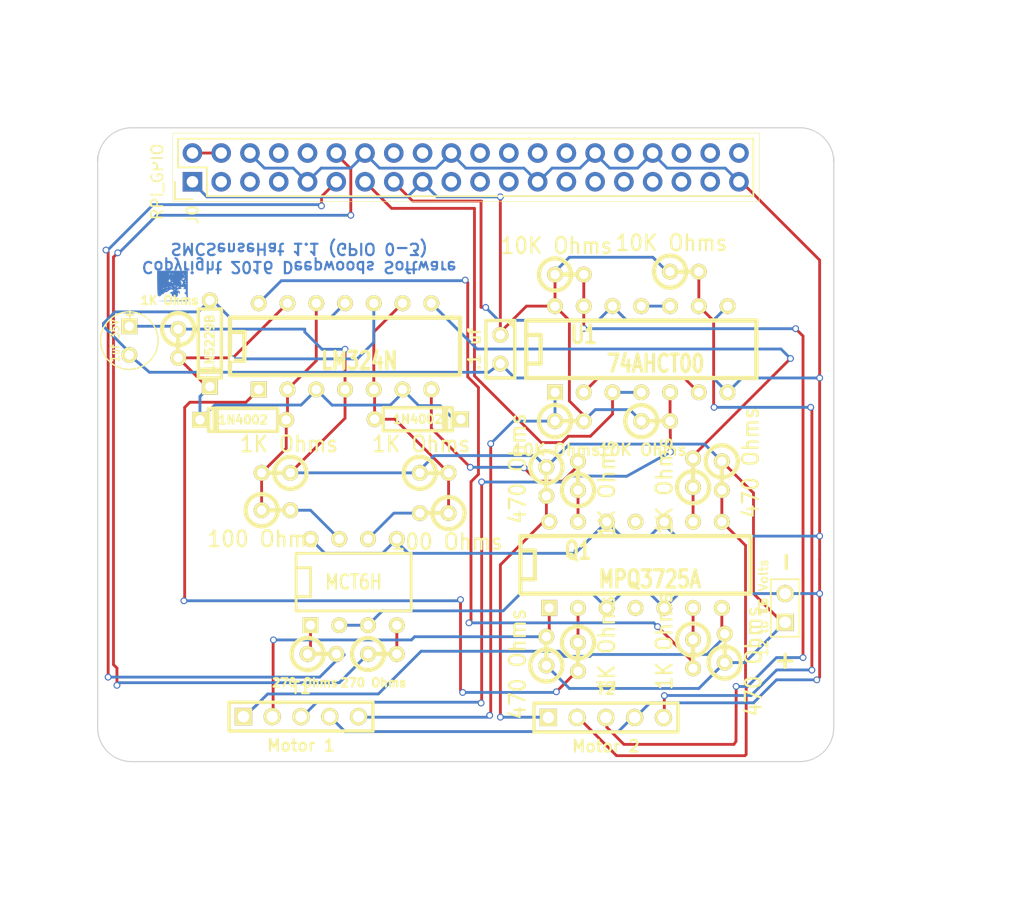
<source format=kicad_pcb>
(kicad_pcb (version 3) (host pcbnew "(2013-june-11)-stable")

  (general
    (links 91)
    (no_connects 0)
    (area 64.84839 57.88 166.406429 138.955)
    (thickness 1.6)
    (drawings 19)
    (tracks 421)
    (zones 0)
    (modules 37)
    (nets 34)
  )

  (page USLetter)
  (title_block 
    (title "Switch Motor Control and Sense")
    (rev 1.0)
    (company "Deepwoods Software")
  )

  (layers
    (15 F.Cu signal)
    (0 B.Cu signal)
    (16 B.Adhes user)
    (17 F.Adhes user)
    (18 B.Paste user)
    (19 F.Paste user)
    (20 B.SilkS user)
    (21 F.SilkS user)
    (22 B.Mask user)
    (23 F.Mask user)
    (24 Dwgs.User user)
    (25 Cmts.User user)
    (26 Eco1.User user)
    (27 Eco2.User user)
    (28 Edge.Cuts user)
  )

  (setup
    (last_trace_width 0.25)
    (user_trace_width 0.01)
    (user_trace_width 0.02)
    (user_trace_width 0.05)
    (user_trace_width 0.1)
    (user_trace_width 0.2)
    (trace_clearance 0.2)
    (zone_clearance 0.508)
    (zone_45_only no)
    (trace_min 0.01)
    (segment_width 0.2)
    (edge_width 0.2)
    (via_size 0.6)
    (via_drill 0.4)
    (via_min_size 0.4)
    (via_min_drill 0.3)
    (uvia_size 0.3)
    (uvia_drill 0.1)
    (uvias_allowed no)
    (uvia_min_size 0.2)
    (uvia_min_drill 0.1)
    (pcb_text_width 0.3)
    (pcb_text_size 1.5 1.5)
    (mod_edge_width 0.15)
    (mod_text_size 1 1)
    (mod_text_width 0.15)
    (pad_size 1.7 1.7)
    (pad_drill 1.1)
    (pad_to_mask_clearance 0)
    (aux_axis_origin 0 0)
    (visible_elements 7FFFFFFF)
    (pcbplotparams
      (layerselection 3178497)
      (usegerberextensions false)
      (excludeedgelayer true)
      (linewidth 0.100000)
      (plotframeref false)
      (viasonmask false)
      (mode 1)
      (useauxorigin false)
      (hpglpennumber 1)
      (hpglpenspeed 20)
      (hpglpendiameter 15)
      (hpglpenoverlay 2)
      (psnegative false)
      (psa4output false)
      (plotreference true)
      (plotvalue true)
      (plotothertext true)
      (plotinvisibletext false)
      (padsonsilk false)
      (subtractmaskfromsilk false)
      (outputformat 1)
      (mirror false)
      (drillshape 0)
      (scaleselection 1)
      (outputdirectory meta/))
  )

  (net 0 "")
  (net 1 +12V)
  (net 2 +3.3V)
  (net 3 +5V)
  (net 4 "/M Select 2")
  (net 5 "/MSelect 1")
  (net 6 "/Motor 1 A")
  (net 7 "/Motor 1 B")
  (net 8 "/Motor 2 A")
  (net 9 "/Motor 2 B")
  (net 10 "/Point 1 A")
  (net 11 "/Point 1 B")
  (net 12 "/Point 2 A")
  (net 13 "/Point 2 B")
  (net 14 "/Point Sense 1")
  (net 15 "/Point Sense 2")
  (net 16 GND)
  (net 17 N-000001)
  (net 18 N-0000010)
  (net 19 N-0000011)
  (net 20 N-0000012)
  (net 21 N-0000013)
  (net 22 N-0000016)
  (net 23 N-0000017)
  (net 24 N-0000028)
  (net 25 N-000005)
  (net 26 N-0000054)
  (net 27 N-0000055)
  (net 28 N-0000056)
  (net 29 N-0000057)
  (net 30 N-000006)
  (net 31 N-000007)
  (net 32 N-000008)
  (net 33 N-000009)

  (net_class Default "This is the default net class."
    (clearance 0.2)
    (trace_width 0.25)
    (via_dia 0.6)
    (via_drill 0.4)
    (uvia_dia 0.3)
    (uvia_drill 0.1)
    (add_net "")
    (add_net +12V)
    (add_net +3.3V)
    (add_net +5V)
    (add_net "/M Select 2")
    (add_net "/MSelect 1")
    (add_net "/Motor 1 A")
    (add_net "/Motor 1 B")
    (add_net "/Motor 2 A")
    (add_net "/Motor 2 B")
    (add_net "/Point 1 A")
    (add_net "/Point 1 B")
    (add_net "/Point 2 A")
    (add_net "/Point 2 B")
    (add_net "/Point Sense 1")
    (add_net "/Point Sense 2")
    (add_net GND)
    (add_net N-000001)
    (add_net N-0000010)
    (add_net N-0000011)
    (add_net N-0000012)
    (add_net N-0000013)
    (add_net N-0000016)
    (add_net N-0000017)
    (add_net N-0000028)
    (add_net N-000005)
    (add_net N-0000054)
    (add_net N-0000055)
    (add_net N-0000056)
    (add_net N-0000057)
    (add_net N-000006)
    (add_net N-000007)
    (add_net N-000008)
    (add_net N-000009)
  )

  (module RPi_Hat:Pin_Header_Straight_2x20   locked (layer B.Cu) (tedit 58161C00) (tstamp 5516AEA0)
    (at 106.16 72.58 90)
    (descr "Through hole pin header")
    (tags "pin header")
    (path /5516AE26)
    (fp_text reference J0 (at -4.191 -24.13 90) (layer F.SilkS)
      (effects (font (size 1 1) (thickness 0.15)))
    )
    (fp_text value RPi_GPIO (at -1.27 -27.23 90) (layer F.SilkS)
      (effects (font (size 1 1) (thickness 0.15)))
    )
    (fp_line (start -3.02 -25.88) (end -3.02 25.92) (layer F.SilkS) (width 0.05))
    (fp_line (start 3.03 -25.88) (end 3.03 25.92) (layer F.SilkS) (width 0.05))
    (fp_line (start -3.02 -25.88) (end 3.03 -25.88) (layer F.SilkS) (width 0.05))
    (fp_line (start -3.02 25.92) (end 3.03 25.92) (layer F.SilkS) (width 0.05))
    (fp_line (start 2.54 25.4) (end 2.54 -25.4) (layer F.SilkS) (width 0.15))
    (fp_line (start -2.54 -22.86) (end -2.54 25.4) (layer F.SilkS) (width 0.15))
    (fp_line (start 2.54 25.4) (end -2.54 25.4) (layer F.SilkS) (width 0.15))
    (fp_line (start 2.54 -25.4) (end 0 -25.4) (layer F.SilkS) (width 0.15))
    (fp_line (start -1.27 -25.68) (end -2.82 -25.68) (layer F.SilkS) (width 0.15))
    (fp_line (start 0 -25.4) (end 0 -22.86) (layer F.SilkS) (width 0.15))
    (fp_line (start 0 -22.86) (end -2.54 -22.86) (layer F.SilkS) (width 0.15))
    (fp_line (start -2.82 -25.68) (end -2.82 -24.13) (layer F.SilkS) (width 0.15))
    (pad 1 thru_hole rect (at -1.27 -24.13 90) (size 1.7272 1.7272) (drill 1.016)
      (layers *.Cu *.Mask)
      (net 2 +3.3V)
    )
    (pad 2 thru_hole oval (at 1.27 -24.13 90) (size 1.7272 1.7272) (drill 1.016)
      (layers *.Cu *.Mask)
      (net 3 +5V)
    )
    (pad 3 thru_hole oval (at -1.27 -21.59 90) (size 1.7272 1.7272) (drill 1.016)
      (layers *.Cu *.Mask)
    )
    (pad 4 thru_hole oval (at 1.27 -21.59 90) (size 1.7272 1.7272) (drill 1.016)
      (layers *.Cu *.Mask)
      (net 3 +5V)
    )
    (pad 5 thru_hole oval (at -1.27 -19.05 90) (size 1.7272 1.7272) (drill 1.016)
      (layers *.Cu *.Mask)
    )
    (pad 6 thru_hole oval (at 1.27 -19.05 90) (size 1.7272 1.7272) (drill 1.016)
      (layers *.Cu *.Mask)
      (net 16 GND)
    )
    (pad 7 thru_hole oval (at -1.27 -16.51 90) (size 1.7272 1.7272) (drill 1.016)
      (layers *.Cu *.Mask)
    )
    (pad 8 thru_hole oval (at 1.27 -16.51 90) (size 1.7272 1.7272) (drill 1.016)
      (layers *.Cu *.Mask)
    )
    (pad 9 thru_hole oval (at -1.27 -13.97 90) (size 1.7272 1.7272) (drill 1.016)
      (layers *.Cu *.Mask)
      (net 16 GND)
    )
    (pad 10 thru_hole oval (at 1.27 -13.97 90) (size 1.7272 1.7272) (drill 1.016)
      (layers *.Cu *.Mask)
    )
    (pad 11 thru_hole oval (at -1.27 -11.43 90) (size 1.7272 1.7272) (drill 1.016)
      (layers *.Cu *.Mask)
      (net 5 "/MSelect 1")
    )
    (pad 12 thru_hole oval (at 1.27 -11.43 90) (size 1.7272 1.7272) (drill 1.016)
      (layers *.Cu *.Mask)
      (net 4 "/M Select 2")
    )
    (pad 13 thru_hole oval (at -1.27 -8.89 90) (size 1.7272 1.7272) (drill 1.016)
      (layers *.Cu *.Mask)
      (net 14 "/Point Sense 1")
    )
    (pad 14 thru_hole oval (at 1.27 -8.89 90) (size 1.7272 1.7272) (drill 1.016)
      (layers *.Cu *.Mask)
      (net 16 GND)
    )
    (pad 15 thru_hole oval (at -1.27 -6.35 90) (size 1.7272 1.7272) (drill 1.016)
      (layers *.Cu *.Mask)
      (net 15 "/Point Sense 2")
    )
    (pad 16 thru_hole oval (at 1.27 -6.35 90) (size 1.7272 1.7272) (drill 1.016)
      (layers *.Cu *.Mask)
    )
    (pad 17 thru_hole oval (at -1.27 -3.81 90) (size 1.7272 1.7272) (drill 1.016)
      (layers *.Cu *.Mask)
      (net 2 +3.3V)
    )
    (pad 18 thru_hole oval (at 1.27 -3.81 90) (size 1.7272 1.7272) (drill 1.016)
      (layers *.Cu *.Mask)
    )
    (pad 19 thru_hole oval (at -1.27 -1.27 90) (size 1.7272 1.7272) (drill 1.016)
      (layers *.Cu *.Mask)
    )
    (pad 20 thru_hole oval (at 1.27 -1.27 90) (size 1.7272 1.7272) (drill 1.016)
      (layers *.Cu *.Mask)
      (net 16 GND)
    )
    (pad 21 thru_hole oval (at -1.27 1.27 90) (size 1.7272 1.7272) (drill 1.016)
      (layers *.Cu *.Mask)
    )
    (pad 22 thru_hole oval (at 1.27 1.27 90) (size 1.7272 1.7272) (drill 1.016)
      (layers *.Cu *.Mask)
    )
    (pad 23 thru_hole oval (at -1.27 3.81 90) (size 1.7272 1.7272) (drill 1.016)
      (layers *.Cu *.Mask)
    )
    (pad 24 thru_hole oval (at 1.27 3.81 90) (size 1.7272 1.7272) (drill 1.016)
      (layers *.Cu *.Mask)
    )
    (pad 25 thru_hole oval (at -1.27 6.35 90) (size 1.7272 1.7272) (drill 1.016)
      (layers *.Cu *.Mask)
      (net 16 GND)
    )
    (pad 26 thru_hole oval (at 1.27 6.35 90) (size 1.7272 1.7272) (drill 1.016)
      (layers *.Cu *.Mask)
    )
    (pad 27 thru_hole oval (at -1.27 8.89 90) (size 1.7272 1.7272) (drill 1.016)
      (layers *.Cu *.Mask)
    )
    (pad 28 thru_hole oval (at 1.27 8.89 90) (size 1.7272 1.7272) (drill 1.016)
      (layers *.Cu *.Mask)
    )
    (pad 29 thru_hole oval (at -1.27 11.43 90) (size 1.7272 1.7272) (drill 1.016)
      (layers *.Cu *.Mask)
    )
    (pad 30 thru_hole oval (at 1.27 11.43 90) (size 1.7272 1.7272) (drill 1.016)
      (layers *.Cu *.Mask)
      (net 16 GND)
    )
    (pad 31 thru_hole oval (at -1.27 13.97 90) (size 1.7272 1.7272) (drill 1.016)
      (layers *.Cu *.Mask)
    )
    (pad 32 thru_hole oval (at 1.27 13.97 90) (size 1.7272 1.7272) (drill 1.016)
      (layers *.Cu *.Mask)
    )
    (pad 33 thru_hole oval (at -1.27 16.51 90) (size 1.7272 1.7272) (drill 1.016)
      (layers *.Cu *.Mask)
    )
    (pad 34 thru_hole oval (at 1.27 16.51 90) (size 1.7272 1.7272) (drill 1.016)
      (layers *.Cu *.Mask)
      (net 16 GND)
    )
    (pad 35 thru_hole oval (at -1.27 19.05 90) (size 1.7272 1.7272) (drill 1.016)
      (layers *.Cu *.Mask)
    )
    (pad 36 thru_hole oval (at 1.27 19.05 90) (size 1.7272 1.7272) (drill 1.016)
      (layers *.Cu *.Mask)
    )
    (pad 37 thru_hole oval (at -1.27 21.59 90) (size 1.7272 1.7272) (drill 1.016)
      (layers *.Cu *.Mask)
    )
    (pad 38 thru_hole oval (at 1.27 21.59 90) (size 1.7272 1.7272) (drill 1.016)
      (layers *.Cu *.Mask)
    )
    (pad 39 thru_hole oval (at -1.27 24.13 90) (size 1.7272 1.7272) (drill 1.016)
      (layers *.Cu *.Mask)
      (net 16 GND)
    )
    (pad 40 thru_hole oval (at 1.27 24.13 90) (size 1.7272 1.7272) (drill 1.016)
      (layers *.Cu *.Mask)
    )
    (model walter/pin_strip/pin_socket_20x2.wrl
      (at (xyz 0 0 0))
      (scale (xyz 1 1 1))
      (rotate (xyz 0 0 90))
    )
    (model walter/pin_strip/pin_strip_20x2.wrl
      (at (xyz 0 0 0.03125))
      (scale (xyz 1 1 1))
      (rotate (xyz 180 0 90))
    )
  )

  (module RPi_Hat:RPi_Hat_Mounting_Hole   locked (layer B.Cu) (tedit 55217C7B) (tstamp 5515DEA9)
    (at 135.16 72.58)
    (descr "Mounting hole, Befestigungsbohrung, 2,7mm, No Annular, Kein Restring,")
    (tags "Mounting hole, Befestigungsbohrung, 2,7mm, No Annular, Kein Restring,")
    (fp_text reference "" (at 0 -4.0005) (layer F.SilkS) hide
      (effects (font (size 1 1) (thickness 0.15)))
    )
    (fp_text value "" (at 0.09906 3.59918) (layer F.SilkS) hide
      (effects (font (size 1 1) (thickness 0.15)))
    )
    (fp_circle (center 0 0) (end 1.375 0) (layer Dwgs.User) (width 0.15))
    (fp_circle (center 0 0) (end 3.1 0) (layer Dwgs.User) (width 0.15))
    (fp_circle (center 0 0) (end 3.1 0) (layer Dwgs.User) (width 0.15))
    (fp_circle (center 0 0) (end 1.375 0) (layer Dwgs.User) (width 0.15))
    (fp_circle (center 0 0) (end 3.1 0) (layer Dwgs.User) (width 0.15))
    (fp_circle (center 0 0) (end 3.1 0) (layer Dwgs.User) (width 0.15))
    (pad "" np_thru_hole circle (at 0 0) (size 2.75 2.75) (drill 2.75)
      (layers *.Cu *.Mask)
      (solder_mask_margin 1.725)
      (clearance 1.725)
    )
  )

  (module RPi_Hat:RPi_Hat_Mounting_Hole   locked (layer B.Cu) (tedit 55217CCB) (tstamp 55169DC9)
    (at 135.16 121.58)
    (descr "Mounting hole, Befestigungsbohrung, 2,7mm, No Annular, Kein Restring,")
    (tags "Mounting hole, Befestigungsbohrung, 2,7mm, No Annular, Kein Restring,")
    (fp_text reference "" (at 0 -4.0005) (layer F.SilkS) hide
      (effects (font (size 1 1) (thickness 0.15)))
    )
    (fp_text value "" (at 0.09906 3.59918) (layer F.SilkS) hide
      (effects (font (size 1 1) (thickness 0.15)))
    )
    (fp_circle (center 0 0) (end 1.375 0) (layer Dwgs.User) (width 0.15))
    (fp_circle (center 0 0) (end 3.1 0) (layer Dwgs.User) (width 0.15))
    (fp_circle (center 0 0) (end 3.1 0) (layer Dwgs.User) (width 0.15))
    (fp_circle (center 0 0) (end 1.375 0) (layer Dwgs.User) (width 0.15))
    (fp_circle (center 0 0) (end 3.1 0) (layer Dwgs.User) (width 0.15))
    (fp_circle (center 0 0) (end 3.1 0) (layer Dwgs.User) (width 0.15))
    (pad "" np_thru_hole circle (at 0 0) (size 2.75 2.75) (drill 2.75)
      (layers *.Cu *.Mask)
      (solder_mask_margin 1.725)
      (clearance 1.725)
    )
  )

  (module RPi_Hat:RPi_Hat_Mounting_Hole   locked (layer B.Cu) (tedit 55217CB9) (tstamp 5515DECC)
    (at 77.16 121.58)
    (descr "Mounting hole, Befestigungsbohrung, 2,7mm, No Annular, Kein Restring,")
    (tags "Mounting hole, Befestigungsbohrung, 2,7mm, No Annular, Kein Restring,")
    (fp_text reference "" (at 0 -4.0005) (layer F.SilkS) hide
      (effects (font (size 1 1) (thickness 0.15)))
    )
    (fp_text value "" (at 0.09906 3.59918) (layer F.SilkS) hide
      (effects (font (size 1 1) (thickness 0.15)))
    )
    (fp_circle (center 0 0) (end 1.375 0) (layer Dwgs.User) (width 0.15))
    (fp_circle (center 0 0) (end 3.1 0) (layer Dwgs.User) (width 0.15))
    (fp_circle (center 0 0) (end 3.1 0) (layer Dwgs.User) (width 0.15))
    (fp_circle (center 0 0) (end 1.375 0) (layer Dwgs.User) (width 0.15))
    (fp_circle (center 0 0) (end 3.1 0) (layer Dwgs.User) (width 0.15))
    (fp_circle (center 0 0) (end 3.1 0) (layer Dwgs.User) (width 0.15))
    (pad "" np_thru_hole circle (at 0 0) (size 2.75 2.75) (drill 2.75)
      (layers *.Cu *.Mask)
      (solder_mask_margin 1.725)
      (clearance 1.725)
    )
  )

  (module RPi_Hat:RPi_Hat_Mounting_Hole   locked (layer B.Cu) (tedit 55217CA2) (tstamp 5515DEBF)
    (at 77.16 72.58)
    (descr "Mounting hole, Befestigungsbohrung, 2,7mm, No Annular, Kein Restring,")
    (tags "Mounting hole, Befestigungsbohrung, 2,7mm, No Annular, Kein Restring,")
    (fp_text reference "" (at 0 -4.0005) (layer F.SilkS) hide
      (effects (font (size 1 1) (thickness 0.15)))
    )
    (fp_text value "" (at 0.09906 3.59918) (layer F.SilkS) hide
      (effects (font (size 1 1) (thickness 0.15)))
    )
    (fp_circle (center 0 0) (end 1.375 0) (layer Dwgs.User) (width 0.15))
    (fp_circle (center 0 0) (end 3.1 0) (layer Dwgs.User) (width 0.15))
    (fp_circle (center 0 0) (end 3.1 0) (layer Dwgs.User) (width 0.15))
    (fp_circle (center 0 0) (end 1.375 0) (layer Dwgs.User) (width 0.15))
    (fp_circle (center 0 0) (end 3.1 0) (layer Dwgs.User) (width 0.15))
    (fp_circle (center 0 0) (end 3.1 0) (layer Dwgs.User) (width 0.15))
    (pad "" np_thru_hole circle (at 0 0) (size 2.75 2.75) (drill 2.75)
      (layers *.Cu *.Mask)
      (solder_mask_margin 1.725)
      (clearance 1.725)
    )
  )

  (module R1 (layer F.Cu) (tedit 5816979D) (tstamp 58165770)
    (at 103.378 99.568)
    (descr "Resistance verticale")
    (tags R)
    (path /5816591C)
    (autoplace_cost90 10)
    (autoplace_cost180 10)
    (fp_text reference R4 (at -1.016 -2.54) (layer F.SilkS) hide
      (effects (font (size 1.397 1.27) (thickness 0.2032)))
    )
    (fp_text value "1K Ohms" (at -1.143 -2.54) (layer F.SilkS)
      (effects (font (size 1.397 1.27) (thickness 0.2032)))
    )
    (fp_line (start -1.27 0) (end 1.27 0) (layer F.SilkS) (width 0.381))
    (fp_circle (center -1.27 0) (end -0.635 1.27) (layer F.SilkS) (width 0.381))
    (pad 1 thru_hole circle (at -1.27 0) (size 1.397 1.397) (drill 0.8128)
      (layers *.Cu *.Mask F.SilkS)
      (net 1 +12V)
    )
    (pad 2 thru_hole circle (at 1.27 0) (size 1.397 1.397) (drill 0.8128)
      (layers *.Cu *.Mask F.SilkS)
      (net 23 N-0000017)
    )
    (model discret/verti_resistor.wrl
      (at (xyz 0 0 0))
      (scale (xyz 1 1 1))
      (rotate (xyz 0 0 0))
    )
  )

  (module R1 (layer F.Cu) (tedit 58169773) (tstamp 58165778)
    (at 103.378 103.124 180)
    (descr "Resistance verticale")
    (tags R)
    (path /581658F3)
    (autoplace_cost90 10)
    (autoplace_cost180 10)
    (fp_text reference R2 (at -1.016 -2.54 180) (layer F.SilkS) hide
      (effects (font (size 1.397 1.27) (thickness 0.2032)))
    )
    (fp_text value "100 Ohms" (at -1.143 -2.54 180) (layer F.SilkS)
      (effects (font (size 1.397 1.27) (thickness 0.2032)))
    )
    (fp_line (start -1.27 0) (end 1.27 0) (layer F.SilkS) (width 0.381))
    (fp_circle (center -1.27 0) (end -0.635 1.27) (layer F.SilkS) (width 0.381))
    (pad 1 thru_hole circle (at -1.27 0 180) (size 1.397 1.397) (drill 0.8128)
      (layers *.Cu *.Mask F.SilkS)
      (net 23 N-0000017)
    )
    (pad 2 thru_hole circle (at 1.27 0 180) (size 1.397 1.397) (drill 0.8128)
      (layers *.Cu *.Mask F.SilkS)
      (net 22 N-0000016)
    )
    (model discret/verti_resistor.wrl
      (at (xyz 0 0 0))
      (scale (xyz 1 1 1))
      (rotate (xyz 0 0 0))
    )
  )

  (module R1 (layer F.Cu) (tedit 5816968F) (tstamp 58165780)
    (at 93.472 115.57)
    (descr "Resistance verticale")
    (tags R)
    (path /58164730)
    (autoplace_cost90 10)
    (autoplace_cost180 10)
    (fp_text reference R6 (at -1.016 2.54) (layer F.SilkS) hide
      (effects (font (size 0.75 0.75) (thickness 0.1875)))
    )
    (fp_text value "270 Ohms" (at -1.5 2.54) (layer F.SilkS)
      (effects (font (size 0.75 0.75) (thickness 0.1875)))
    )
    (fp_line (start -1.27 0) (end 1.27 0) (layer F.SilkS) (width 0.381))
    (fp_circle (center -1.27 0) (end -0.635 1.27) (layer F.SilkS) (width 0.381))
    (pad 1 thru_hole circle (at -1.27 0) (size 1.397 1.397) (drill 0.8128)
      (layers *.Cu *.Mask F.SilkS)
      (net 28 N-0000056)
    )
    (pad 2 thru_hole circle (at 1.27 0) (size 1.397 1.397) (drill 0.8128)
      (layers *.Cu *.Mask F.SilkS)
      (net 5 "/MSelect 1")
    )
    (model discret/verti_resistor.wrl
      (at (xyz 0 0 0))
      (scale (xyz 1 1 1))
      (rotate (xyz 0 0 0))
    )
  )

  (module R1 (layer F.Cu) (tedit 5816969B) (tstamp 58165788)
    (at 98.806 115.57)
    (descr "Resistance verticale")
    (tags R)
    (path /5816473F)
    (autoplace_cost90 10)
    (autoplace_cost180 10)
    (fp_text reference R7 (at -1.016 2.54) (layer F.SilkS) hide
      (effects (font (size 0.75 0.75) (thickness 0.1875)))
    )
    (fp_text value "270 Ohms" (at -0.8 2.54) (layer F.SilkS)
      (effects (font (size 0.75 0.75) (thickness 0.1875)))
    )
    (fp_line (start -1.27 0) (end 1.27 0) (layer F.SilkS) (width 0.381))
    (fp_circle (center -1.27 0) (end -0.635 1.27) (layer F.SilkS) (width 0.381))
    (pad 1 thru_hole circle (at -1.27 0) (size 1.397 1.397) (drill 0.8128)
      (layers *.Cu *.Mask F.SilkS)
      (net 4 "/M Select 2")
    )
    (pad 2 thru_hole circle (at 1.27 0) (size 1.397 1.397) (drill 0.8128)
      (layers *.Cu *.Mask F.SilkS)
      (net 27 N-0000055)
    )
    (model discret/verti_resistor.wrl
      (at (xyz 0 0 0))
      (scale (xyz 1 1 1))
      (rotate (xyz 0 0 0))
    )
  )

  (module R1 (layer F.Cu) (tedit 5816942B) (tstamp 58165790)
    (at 115.316 94.996)
    (descr "Resistance verticale")
    (tags R)
    (path /581649CF)
    (autoplace_cost90 10)
    (autoplace_cost180 10)
    (fp_text reference R8 (at -1.016 2.54) (layer F.SilkS) hide
      (effects (font (size 1.397 1.27) (thickness 0.2032)))
    )
    (fp_text value "10K Ohms" (at -1.143 2.54) (layer F.SilkS)
      (effects (font (size 1 1) (thickness 0.2032)))
    )
    (fp_line (start -1.27 0) (end 1.27 0) (layer F.SilkS) (width 0.381))
    (fp_circle (center -1.27 0) (end -0.635 1.27) (layer F.SilkS) (width 0.381))
    (pad 1 thru_hole circle (at -1.27 0) (size 1.397 1.397) (drill 0.8128)
      (layers *.Cu *.Mask F.SilkS)
      (net 10 "/Point 1 A")
    )
    (pad 2 thru_hole circle (at 1.27 0) (size 1.397 1.397) (drill 0.8128)
      (layers *.Cu *.Mask F.SilkS)
      (net 2 +3.3V)
    )
    (model discret/verti_resistor.wrl
      (at (xyz 0 0 0))
      (scale (xyz 1 1 1))
      (rotate (xyz 0 0 0))
    )
  )

  (module R1 (layer F.Cu) (tedit 58169455) (tstamp 58165798)
    (at 122.936 94.996)
    (descr "Resistance verticale")
    (tags R)
    (path /581649F2)
    (autoplace_cost90 10)
    (autoplace_cost180 10)
    (fp_text reference R9 (at -1.016 2.54) (layer F.SilkS) hide
      (effects (font (size 1.397 1.27) (thickness 0.2032)))
    )
    (fp_text value "10K Ohms" (at -1.143 2.54) (layer F.SilkS)
      (effects (font (size 1 1) (thickness 0.2032)))
    )
    (fp_line (start -1.27 0) (end 1.27 0) (layer F.SilkS) (width 0.381))
    (fp_circle (center -1.27 0) (end -0.635 1.27) (layer F.SilkS) (width 0.381))
    (pad 1 thru_hole circle (at -1.27 0) (size 1.397 1.397) (drill 0.8128)
      (layers *.Cu *.Mask F.SilkS)
      (net 2 +3.3V)
    )
    (pad 2 thru_hole circle (at 1.27 0) (size 1.397 1.397) (drill 0.8128)
      (layers *.Cu *.Mask F.SilkS)
      (net 11 "/Point 1 B")
    )
    (model discret/verti_resistor.wrl
      (at (xyz 0 0 0))
      (scale (xyz 1 1 1))
      (rotate (xyz 0 0 0))
    )
  )

  (module R1 (layer F.Cu) (tedit 581693A5) (tstamp 581657A0)
    (at 125.476 81.788)
    (descr "Resistance verticale")
    (tags R)
    (path /58164A2D)
    (autoplace_cost90 10)
    (autoplace_cost180 10)
    (fp_text reference R10 (at -1.016 2.54) (layer F.SilkS) hide
      (effects (font (size 1.397 1.27) (thickness 0.2032)))
    )
    (fp_text value "10K Ohms" (at -1.143 -2.54) (layer F.SilkS)
      (effects (font (size 1.397 1.27) (thickness 0.2032)))
    )
    (fp_line (start -1.27 0) (end 1.27 0) (layer F.SilkS) (width 0.381))
    (fp_circle (center -1.27 0) (end -0.635 1.27) (layer F.SilkS) (width 0.381))
    (pad 1 thru_hole circle (at -1.27 0) (size 1.397 1.397) (drill 0.8128)
      (layers *.Cu *.Mask F.SilkS)
      (net 2 +3.3V)
    )
    (pad 2 thru_hole circle (at 1.27 0) (size 1.397 1.397) (drill 0.8128)
      (layers *.Cu *.Mask F.SilkS)
      (net 12 "/Point 2 A")
    )
    (model discret/verti_resistor.wrl
      (at (xyz 0 0 0))
      (scale (xyz 1 1 1))
      (rotate (xyz 0 0 0))
    )
  )

  (module R1 (layer F.Cu) (tedit 5816938C) (tstamp 581657A8)
    (at 115.316 82.042)
    (descr "Resistance verticale")
    (tags R)
    (path /58164A6E)
    (autoplace_cost90 10)
    (autoplace_cost180 10)
    (fp_text reference R11 (at -1.016 2.54) (layer F.SilkS) hide
      (effects (font (size 1.397 1.27) (thickness 0.2032)))
    )
    (fp_text value "10K Ohms" (at -1.143 -2.54) (layer F.SilkS)
      (effects (font (size 1.397 1.27) (thickness 0.2032)))
    )
    (fp_line (start -1.27 0) (end 1.27 0) (layer F.SilkS) (width 0.381))
    (fp_circle (center -1.27 0) (end -0.635 1.27) (layer F.SilkS) (width 0.381))
    (pad 1 thru_hole circle (at -1.27 0) (size 1.397 1.397) (drill 0.8128)
      (layers *.Cu *.Mask F.SilkS)
      (net 2 +3.3V)
    )
    (pad 2 thru_hole circle (at 1.27 0) (size 1.397 1.397) (drill 0.8128)
      (layers *.Cu *.Mask F.SilkS)
      (net 13 "/Point 2 B")
    )
    (model discret/verti_resistor.wrl
      (at (xyz 0 0 0))
      (scale (xyz 1 1 1))
      (rotate (xyz 0 0 0))
    )
  )

  (module R1 (layer F.Cu) (tedit 581696CF) (tstamp 581657B0)
    (at 89.408 102.87)
    (descr "Resistance verticale")
    (tags R)
    (path /581655E0)
    (autoplace_cost90 10)
    (autoplace_cost180 10)
    (fp_text reference R1 (at -1.016 2.54) (layer F.SilkS) hide
      (effects (font (size 1.397 1.27) (thickness 0.2032)))
    )
    (fp_text value "100 Ohms" (at -1.143 2.54) (layer F.SilkS)
      (effects (font (size 1.397 1.27) (thickness 0.2032)))
    )
    (fp_line (start -1.27 0) (end 1.27 0) (layer F.SilkS) (width 0.381))
    (fp_circle (center -1.27 0) (end -0.635 1.27) (layer F.SilkS) (width 0.381))
    (pad 1 thru_hole circle (at -1.27 0) (size 1.397 1.397) (drill 0.8128)
      (layers *.Cu *.Mask F.SilkS)
      (net 20 N-0000012)
    )
    (pad 2 thru_hole circle (at 1.27 0) (size 1.397 1.397) (drill 0.8128)
      (layers *.Cu *.Mask F.SilkS)
      (net 21 N-0000013)
    )
    (model discret/verti_resistor.wrl
      (at (xyz 0 0 0))
      (scale (xyz 1 1 1))
      (rotate (xyz 0 0 0))
    )
  )

  (module R1 (layer F.Cu) (tedit 581696E0) (tstamp 581657D8)
    (at 89.408 99.568 180)
    (descr "Resistance verticale")
    (tags R)
    (path /58165480)
    (autoplace_cost90 10)
    (autoplace_cost180 10)
    (fp_text reference R3 (at -1.016 2.54 180) (layer F.SilkS) hide
      (effects (font (size 1.397 1.27) (thickness 0.2032)))
    )
    (fp_text value "1K Ohms" (at -1.143 2.54 180) (layer F.SilkS)
      (effects (font (size 1.397 1.27) (thickness 0.2032)))
    )
    (fp_line (start -1.27 0) (end 1.27 0) (layer F.SilkS) (width 0.381))
    (fp_circle (center -1.27 0) (end -0.635 1.27) (layer F.SilkS) (width 0.381))
    (pad 1 thru_hole circle (at -1.27 0 180) (size 1.397 1.397) (drill 0.8128)
      (layers *.Cu *.Mask F.SilkS)
      (net 1 +12V)
    )
    (pad 2 thru_hole circle (at 1.27 0 180) (size 1.397 1.397) (drill 0.8128)
      (layers *.Cu *.Mask F.SilkS)
      (net 20 N-0000012)
    )
    (model discret/verti_resistor.wrl
      (at (xyz 0 0 0))
      (scale (xyz 1 1 1))
      (rotate (xyz 0 0 0))
    )
  )

  (module R1 (layer F.Cu) (tedit 58169D93) (tstamp 581657E0)
    (at 80.772 88.138 270)
    (descr "Resistance verticale")
    (tags R)
    (path /581653CD)
    (autoplace_cost90 10)
    (autoplace_cost180 10)
    (fp_text reference R5 (at -3.81 0.508 360) (layer F.SilkS) hide
      (effects (font (size 1.397 1.27) (thickness 0.2032)))
    )
    (fp_text value "1K Ohms" (at -3.81 0.762 360) (layer F.SilkS)
      (effects (font (size 0.75 0.75) (thickness 0.1875)))
    )
    (fp_line (start -1.27 0) (end 1.27 0) (layer F.SilkS) (width 0.381))
    (fp_circle (center -1.27 0) (end -0.635 1.27) (layer F.SilkS) (width 0.381))
    (pad 1 thru_hole circle (at -1.27 0 270) (size 1.397 1.397) (drill 0.8128)
      (layers *.Cu *.Mask F.SilkS)
      (net 1 +12V)
    )
    (pad 2 thru_hole circle (at 1.27 0 270) (size 1.397 1.397) (drill 0.8128)
      (layers *.Cu *.Mask F.SilkS)
      (net 26 N-0000054)
    )
    (model discret/verti_resistor.wrl
      (at (xyz 0 0 0))
      (scale (xyz 1 1 1))
      (rotate (xyz 0 0 0))
    )
  )

  (module DIP-8__300 (layer F.Cu) (tedit 581697B8) (tstamp 581657F3)
    (at 96.266 109.22)
    (descr "8 pins DIL package, round pads")
    (tags DIL)
    (path /5816468C)
    (fp_text reference IC1 (at -6.35 0 90) (layer F.SilkS) hide
      (effects (font (size 1.27 1.143) (thickness 0.2032)))
    )
    (fp_text value MCT6H (at 0 0) (layer F.SilkS)
      (effects (font (size 1.27 1.016) (thickness 0.2032)))
    )
    (fp_line (start -5.08 -1.27) (end -3.81 -1.27) (layer F.SilkS) (width 0.254))
    (fp_line (start -3.81 -1.27) (end -3.81 1.27) (layer F.SilkS) (width 0.254))
    (fp_line (start -3.81 1.27) (end -5.08 1.27) (layer F.SilkS) (width 0.254))
    (fp_line (start -5.08 -2.54) (end 5.08 -2.54) (layer F.SilkS) (width 0.254))
    (fp_line (start 5.08 -2.54) (end 5.08 2.54) (layer F.SilkS) (width 0.254))
    (fp_line (start 5.08 2.54) (end -5.08 2.54) (layer F.SilkS) (width 0.254))
    (fp_line (start -5.08 2.54) (end -5.08 -2.54) (layer F.SilkS) (width 0.254))
    (pad 1 thru_hole rect (at -3.81 3.81) (size 1.397 1.397) (drill 0.8128)
      (layers *.Cu *.Mask F.SilkS)
      (net 28 N-0000056)
    )
    (pad 2 thru_hole circle (at -1.27 3.81) (size 1.397 1.397) (drill 0.8128)
      (layers *.Cu *.Mask F.SilkS)
      (net 16 GND)
    )
    (pad 3 thru_hole circle (at 1.27 3.81) (size 1.397 1.397) (drill 0.8128)
      (layers *.Cu *.Mask F.SilkS)
      (net 16 GND)
    )
    (pad 4 thru_hole circle (at 3.81 3.81) (size 1.397 1.397) (drill 0.8128)
      (layers *.Cu *.Mask F.SilkS)
      (net 27 N-0000055)
    )
    (pad 5 thru_hole circle (at 3.81 -3.81) (size 1.397 1.397) (drill 0.8128)
      (layers *.Cu *.Mask F.SilkS)
      (net 16 GND)
    )
    (pad 6 thru_hole circle (at 1.27 -3.81) (size 1.397 1.397) (drill 0.8128)
      (layers *.Cu *.Mask F.SilkS)
      (net 22 N-0000016)
    )
    (pad 7 thru_hole circle (at -1.27 -3.81) (size 1.397 1.397) (drill 0.8128)
      (layers *.Cu *.Mask F.SilkS)
      (net 21 N-0000013)
    )
    (pad 8 thru_hole circle (at -3.81 -3.81) (size 1.397 1.397) (drill 0.8128)
      (layers *.Cu *.Mask F.SilkS)
      (net 16 GND)
    )
    (model dil/dil_8.wrl
      (at (xyz 0 0 0))
      (scale (xyz 1 1 1))
      (rotate (xyz 0 0 0))
    )
  )

  (module DIP-14__300 (layer F.Cu) (tedit 581697D1) (tstamp 58165825)
    (at 95.504 88.392)
    (descr "14 pins DIL package, round pads")
    (tags DIL)
    (path /58164F2A)
    (fp_text reference U2 (at -5.08 -1.27) (layer F.SilkS) hide
      (effects (font (size 1.524 1.143) (thickness 0.28575)))
    )
    (fp_text value LM324N (at 1.27 1.27) (layer F.SilkS)
      (effects (font (size 1.524 1.143) (thickness 0.3048)))
    )
    (fp_line (start -10.16 -2.54) (end 10.16 -2.54) (layer F.SilkS) (width 0.381))
    (fp_line (start 10.16 2.54) (end -10.16 2.54) (layer F.SilkS) (width 0.381))
    (fp_line (start -10.16 2.54) (end -10.16 -2.54) (layer F.SilkS) (width 0.381))
    (fp_line (start -10.16 -1.27) (end -8.89 -1.27) (layer F.SilkS) (width 0.381))
    (fp_line (start -8.89 -1.27) (end -8.89 1.27) (layer F.SilkS) (width 0.381))
    (fp_line (start -8.89 1.27) (end -10.16 1.27) (layer F.SilkS) (width 0.381))
    (fp_line (start 10.16 -2.54) (end 10.16 2.54) (layer F.SilkS) (width 0.381))
    (pad 1 thru_hole rect (at -7.62 3.81) (size 1.397 1.397) (drill 0.8128)
      (layers *.Cu *.Mask F.SilkS)
      (net 25 N-000005)
    )
    (pad 2 thru_hole circle (at -5.08 3.81) (size 1.397 1.397) (drill 0.8128)
      (layers *.Cu *.Mask F.SilkS)
      (net 20 N-0000012)
    )
    (pad 3 thru_hole circle (at -2.54 3.81) (size 1.397 1.397) (drill 0.8128)
      (layers *.Cu *.Mask F.SilkS)
      (net 26 N-0000054)
    )
    (pad 4 thru_hole circle (at 0 3.81) (size 1.397 1.397) (drill 0.8128)
      (layers *.Cu *.Mask F.SilkS)
      (net 1 +12V)
    )
    (pad 5 thru_hole circle (at 2.54 3.81) (size 1.397 1.397) (drill 0.8128)
      (layers *.Cu *.Mask F.SilkS)
      (net 23 N-0000017)
    )
    (pad 6 thru_hole circle (at 5.08 3.81) (size 1.397 1.397) (drill 0.8128)
      (layers *.Cu *.Mask F.SilkS)
      (net 26 N-0000054)
    )
    (pad 7 thru_hole circle (at 7.62 3.81) (size 1.397 1.397) (drill 0.8128)
      (layers *.Cu *.Mask F.SilkS)
      (net 18 N-0000010)
    )
    (pad 8 thru_hole circle (at 7.62 -3.81) (size 1.397 1.397) (drill 0.8128)
      (layers *.Cu *.Mask F.SilkS)
      (net 32 N-000008)
    )
    (pad 9 thru_hole circle (at 5.08 -3.81) (size 1.397 1.397) (drill 0.8128)
      (layers *.Cu *.Mask F.SilkS)
      (net 23 N-0000017)
    )
    (pad 10 thru_hole circle (at 2.54 -3.81) (size 1.397 1.397) (drill 0.8128)
      (layers *.Cu *.Mask F.SilkS)
      (net 26 N-0000054)
    )
    (pad 11 thru_hole circle (at 0 -3.81) (size 1.397 1.397) (drill 0.8128)
      (layers *.Cu *.Mask F.SilkS)
      (net 16 GND)
    )
    (pad 12 thru_hole circle (at -2.54 -3.81) (size 1.397 1.397) (drill 0.8128)
      (layers *.Cu *.Mask F.SilkS)
      (net 20 N-0000012)
    )
    (pad 13 thru_hole circle (at -5.08 -3.81) (size 1.397 1.397) (drill 0.8128)
      (layers *.Cu *.Mask F.SilkS)
      (net 26 N-0000054)
    )
    (pad 14 thru_hole circle (at -7.62 -3.81) (size 1.397 1.397) (drill 0.8128)
      (layers *.Cu *.Mask F.SilkS)
      (net 30 N-000006)
    )
    (model dil/dil_14.wrl
      (at (xyz 0 0 0))
      (scale (xyz 1 1 1))
      (rotate (xyz 0 0 0))
    )
  )

  (module DIP-14__300 (layer F.Cu) (tedit 200000) (tstamp 5816583E)
    (at 121.666 88.646)
    (descr "14 pins DIL package, round pads")
    (tags DIL)
    (path /58163F91)
    (fp_text reference U1 (at -5.08 -1.27) (layer F.SilkS)
      (effects (font (size 1.524 1.143) (thickness 0.3048)))
    )
    (fp_text value 74AHCT00 (at 1.27 1.27) (layer F.SilkS)
      (effects (font (size 1.524 1.143) (thickness 0.3048)))
    )
    (fp_line (start -10.16 -2.54) (end 10.16 -2.54) (layer F.SilkS) (width 0.381))
    (fp_line (start 10.16 2.54) (end -10.16 2.54) (layer F.SilkS) (width 0.381))
    (fp_line (start -10.16 2.54) (end -10.16 -2.54) (layer F.SilkS) (width 0.381))
    (fp_line (start -10.16 -1.27) (end -8.89 -1.27) (layer F.SilkS) (width 0.381))
    (fp_line (start -8.89 -1.27) (end -8.89 1.27) (layer F.SilkS) (width 0.381))
    (fp_line (start -8.89 1.27) (end -10.16 1.27) (layer F.SilkS) (width 0.381))
    (fp_line (start 10.16 -2.54) (end 10.16 2.54) (layer F.SilkS) (width 0.381))
    (pad 1 thru_hole rect (at -7.62 3.81) (size 1.397 1.397) (drill 0.8128)
      (layers *.Cu *.Mask F.SilkS)
      (net 10 "/Point 1 A")
    )
    (pad 2 thru_hole circle (at -5.08 3.81) (size 1.397 1.397) (drill 0.8128)
      (layers *.Cu *.Mask F.SilkS)
      (net 24 N-0000028)
    )
    (pad 3 thru_hole circle (at -2.54 3.81) (size 1.397 1.397) (drill 0.8128)
      (layers *.Cu *.Mask F.SilkS)
      (net 14 "/Point Sense 1")
    )
    (pad 4 thru_hole circle (at 0 3.81) (size 1.397 1.397) (drill 0.8128)
      (layers *.Cu *.Mask F.SilkS)
      (net 14 "/Point Sense 1")
    )
    (pad 5 thru_hole circle (at 2.54 3.81) (size 1.397 1.397) (drill 0.8128)
      (layers *.Cu *.Mask F.SilkS)
      (net 11 "/Point 1 B")
    )
    (pad 6 thru_hole circle (at 5.08 3.81) (size 1.397 1.397) (drill 0.8128)
      (layers *.Cu *.Mask F.SilkS)
      (net 24 N-0000028)
    )
    (pad 7 thru_hole circle (at 7.62 3.81) (size 1.397 1.397) (drill 0.8128)
      (layers *.Cu *.Mask F.SilkS)
      (net 16 GND)
    )
    (pad 8 thru_hole circle (at 7.62 -3.81) (size 1.397 1.397) (drill 0.8128)
      (layers *.Cu *.Mask F.SilkS)
      (net 15 "/Point Sense 2")
    )
    (pad 9 thru_hole circle (at 5.08 -3.81) (size 1.397 1.397) (drill 0.8128)
      (layers *.Cu *.Mask F.SilkS)
      (net 12 "/Point 2 A")
    )
    (pad 10 thru_hole circle (at 2.54 -3.81) (size 1.397 1.397) (drill 0.8128)
      (layers *.Cu *.Mask F.SilkS)
      (net 29 N-0000057)
    )
    (pad 11 thru_hole circle (at 0 -3.81) (size 1.397 1.397) (drill 0.8128)
      (layers *.Cu *.Mask F.SilkS)
      (net 29 N-0000057)
    )
    (pad 12 thru_hole circle (at -2.54 -3.81) (size 1.397 1.397) (drill 0.8128)
      (layers *.Cu *.Mask F.SilkS)
      (net 15 "/Point Sense 2")
    )
    (pad 13 thru_hole circle (at -5.08 -3.81) (size 1.397 1.397) (drill 0.8128)
      (layers *.Cu *.Mask F.SilkS)
      (net 13 "/Point 2 B")
    )
    (pad 14 thru_hole circle (at -7.62 -3.81) (size 1.397 1.397) (drill 0.8128)
      (layers *.Cu *.Mask F.SilkS)
      (net 2 +3.3V)
    )
    (model dil/dil_14.wrl
      (at (xyz 0 0 0))
      (scale (xyz 1 1 1))
      (rotate (xyz 0 0 0))
    )
  )

  (module D3 (layer F.Cu) (tedit 58169DB6) (tstamp 5816584E)
    (at 83.566 88.138 270)
    (descr "Diode 3 pas")
    (tags "DIODE DEV")
    (path /58165802)
    (fp_text reference Z1 (at 0 0 270) (layer F.SilkS) hide
      (effects (font (size 1.016 1.016) (thickness 0.2032)))
    )
    (fp_text value 1N5229B (at 0 0 270) (layer F.SilkS)
      (effects (font (size 0.75 0.75) (thickness 0.1875)))
    )
    (fp_line (start 3.81 0) (end 3.048 0) (layer F.SilkS) (width 0.3048))
    (fp_line (start 3.048 0) (end 3.048 -1.016) (layer F.SilkS) (width 0.3048))
    (fp_line (start 3.048 -1.016) (end -3.048 -1.016) (layer F.SilkS) (width 0.3048))
    (fp_line (start -3.048 -1.016) (end -3.048 0) (layer F.SilkS) (width 0.3048))
    (fp_line (start -3.048 0) (end -3.81 0) (layer F.SilkS) (width 0.3048))
    (fp_line (start -3.048 0) (end -3.048 1.016) (layer F.SilkS) (width 0.3048))
    (fp_line (start -3.048 1.016) (end 3.048 1.016) (layer F.SilkS) (width 0.3048))
    (fp_line (start 3.048 1.016) (end 3.048 0) (layer F.SilkS) (width 0.3048))
    (fp_line (start 2.54 -1.016) (end 2.54 1.016) (layer F.SilkS) (width 0.3048))
    (fp_line (start 2.286 1.016) (end 2.286 -1.016) (layer F.SilkS) (width 0.3048))
    (pad 2 thru_hole rect (at 3.81 0 270) (size 1.397 1.397) (drill 0.8128)
      (layers *.Cu *.Mask F.SilkS)
      (net 26 N-0000054)
    )
    (pad 1 thru_hole circle (at -3.81 0 270) (size 1.397 1.397) (drill 0.8128)
      (layers *.Cu *.Mask F.SilkS)
      (net 16 GND)
    )
    (model discret/diode.wrl
      (at (xyz 0 0 0))
      (scale (xyz 0.3 0.3 0.3))
      (rotate (xyz 0 0 0))
    )
  )

  (module D3 (layer F.Cu) (tedit 58169DD3) (tstamp 5816585E)
    (at 86.5022 94.8842 180)
    (descr "Diode 3 pas")
    (tags "DIODE DEV")
    (path /58165882)
    (fp_text reference D1 (at 0 0 180) (layer F.SilkS) hide
      (effects (font (size 1.016 1.016) (thickness 0.2032)))
    )
    (fp_text value 1N4002 (at 0 0 180) (layer F.SilkS)
      (effects (font (size 0.75 0.75) (thickness 0.1875)))
    )
    (fp_line (start 3.81 0) (end 3.048 0) (layer F.SilkS) (width 0.3048))
    (fp_line (start 3.048 0) (end 3.048 -1.016) (layer F.SilkS) (width 0.3048))
    (fp_line (start 3.048 -1.016) (end -3.048 -1.016) (layer F.SilkS) (width 0.3048))
    (fp_line (start -3.048 -1.016) (end -3.048 0) (layer F.SilkS) (width 0.3048))
    (fp_line (start -3.048 0) (end -3.81 0) (layer F.SilkS) (width 0.3048))
    (fp_line (start -3.048 0) (end -3.048 1.016) (layer F.SilkS) (width 0.3048))
    (fp_line (start -3.048 1.016) (end 3.048 1.016) (layer F.SilkS) (width 0.3048))
    (fp_line (start 3.048 1.016) (end 3.048 0) (layer F.SilkS) (width 0.3048))
    (fp_line (start 2.54 -1.016) (end 2.54 1.016) (layer F.SilkS) (width 0.3048))
    (fp_line (start 2.286 1.016) (end 2.286 -1.016) (layer F.SilkS) (width 0.3048))
    (pad 2 thru_hole rect (at 3.81 0 180) (size 1.397 1.397) (drill 0.8128)
      (layers *.Cu *.Mask F.SilkS)
      (net 26 N-0000054)
    )
    (pad 1 thru_hole circle (at -3.81 0 180) (size 1.397 1.397) (drill 0.8128)
      (layers *.Cu *.Mask F.SilkS)
      (net 20 N-0000012)
    )
    (model discret/diode.wrl
      (at (xyz 0 0 0))
      (scale (xyz 0.3 0.3 0.3))
      (rotate (xyz 0 0 0))
    )
  )

  (module D3 (layer F.Cu) (tedit 58169DE7) (tstamp 5816586E)
    (at 101.9251 94.8284)
    (descr "Diode 3 pas")
    (tags "DIODE DEV")
    (path /58165A47)
    (fp_text reference D2 (at 0 0) (layer F.SilkS) hide
      (effects (font (size 1.016 1.016) (thickness 0.2032)))
    )
    (fp_text value 1N4002 (at 0 0) (layer F.SilkS)
      (effects (font (size 0.75 0.75) (thickness 0.1875)))
    )
    (fp_line (start 3.81 0) (end 3.048 0) (layer F.SilkS) (width 0.3048))
    (fp_line (start 3.048 0) (end 3.048 -1.016) (layer F.SilkS) (width 0.3048))
    (fp_line (start 3.048 -1.016) (end -3.048 -1.016) (layer F.SilkS) (width 0.3048))
    (fp_line (start -3.048 -1.016) (end -3.048 0) (layer F.SilkS) (width 0.3048))
    (fp_line (start -3.048 0) (end -3.81 0) (layer F.SilkS) (width 0.3048))
    (fp_line (start -3.048 0) (end -3.048 1.016) (layer F.SilkS) (width 0.3048))
    (fp_line (start -3.048 1.016) (end 3.048 1.016) (layer F.SilkS) (width 0.3048))
    (fp_line (start 3.048 1.016) (end 3.048 0) (layer F.SilkS) (width 0.3048))
    (fp_line (start 2.54 -1.016) (end 2.54 1.016) (layer F.SilkS) (width 0.3048))
    (fp_line (start 2.286 1.016) (end 2.286 -1.016) (layer F.SilkS) (width 0.3048))
    (pad 2 thru_hole rect (at 3.81 0) (size 1.397 1.397) (drill 0.8128)
      (layers *.Cu *.Mask F.SilkS)
      (net 26 N-0000054)
    )
    (pad 1 thru_hole circle (at -3.81 0) (size 1.397 1.397) (drill 0.8128)
      (layers *.Cu *.Mask F.SilkS)
      (net 23 N-0000017)
    )
    (model discret/diode.wrl
      (at (xyz 0 0 0))
      (scale (xyz 0.3 0.3 0.3))
      (rotate (xyz 0 0 0))
    )
  )

  (module C1V5 (layer F.Cu) (tedit 581698B6) (tstamp 58165876)
    (at 76.454 87.884 270)
    (descr "Condensateur e = 1 pas")
    (tags C)
    (path /5816531B)
    (fp_text reference C1 (at 0 -1.26746 270) (layer F.SilkS) hide
      (effects (font (size 0.762 0.762) (thickness 0.127)))
    )
    (fp_text value "1uf 35V" (at 0 1.27 270) (layer F.SilkS)
      (effects (font (size 0.762 0.635) (thickness 0.127)))
    )
    (fp_text user + (at -2.286 0 270) (layer F.SilkS)
      (effects (font (size 0.762 0.762) (thickness 0.2032)))
    )
    (fp_circle (center 0 0) (end 0.127 -2.54) (layer F.SilkS) (width 0.127))
    (pad 1 thru_hole rect (at -1.27 0 270) (size 1.397 1.397) (drill 0.8128)
      (layers *.Cu *.Mask F.SilkS)
      (net 1 +12V)
    )
    (pad 2 thru_hole circle (at 1.27 0 270) (size 1.397 1.397) (drill 0.8128)
      (layers *.Cu *.Mask F.SilkS)
      (net 16 GND)
    )
    (model discret/c_vert_c1v5.wrl
      (at (xyz 0 0 0))
      (scale (xyz 1 1 1))
      (rotate (xyz 0 0 0))
    )
  )

  (module R1 (layer F.Cu) (tedit 58169489) (tstamp 581684F7)
    (at 116.078 99.822 90)
    (descr "Resistance verticale")
    (tags R)
    (path /58167EF0)
    (autoplace_cost90 10)
    (autoplace_cost180 10)
    (fp_text reference R18 (at -1.016 2.54 90) (layer F.SilkS) hide
      (effects (font (size 1.397 1.27) (thickness 0.2032)))
    )
    (fp_text value "1K Ohms" (at -1.143 2.54 90) (layer F.SilkS)
      (effects (font (size 1.397 1.27) (thickness 0.2032)))
    )
    (fp_line (start -1.27 0) (end 1.27 0) (layer F.SilkS) (width 0.381))
    (fp_circle (center -1.27 0) (end -0.635 1.27) (layer F.SilkS) (width 0.381))
    (pad 1 thru_hole circle (at -1.27 0 90) (size 1.397 1.397) (drill 0.8128)
      (layers *.Cu *.Mask F.SilkS)
      (net 19 N-0000011)
    )
    (pad 2 thru_hole circle (at 1.27 0 90) (size 1.397 1.397) (drill 0.8128)
      (layers *.Cu *.Mask F.SilkS)
      (net 18 N-0000010)
    )
    (model discret/verti_resistor.wrl
      (at (xyz 0 0 0))
      (scale (xyz 1 1 1))
      (rotate (xyz 0 0 0))
    )
  )

  (module R1 (layer F.Cu) (tedit 581694F5) (tstamp 581684FF)
    (at 126.238 99.568 90)
    (descr "Resistance verticale")
    (tags R)
    (path /58167F0E)
    (autoplace_cost90 10)
    (autoplace_cost180 10)
    (fp_text reference R16 (at -1.016 -2.54 90) (layer F.SilkS) hide
      (effects (font (size 1.397 1.27) (thickness 0.2032)))
    )
    (fp_text value "1K Ohms" (at -1.143 -2.54 90) (layer F.SilkS)
      (effects (font (size 1.397 1.27) (thickness 0.2032)))
    )
    (fp_line (start -1.27 0) (end 1.27 0) (layer F.SilkS) (width 0.381))
    (fp_circle (center -1.27 0) (end -0.635 1.27) (layer F.SilkS) (width 0.381))
    (pad 1 thru_hole circle (at -1.27 0 90) (size 1.397 1.397) (drill 0.8128)
      (layers *.Cu *.Mask F.SilkS)
      (net 33 N-000009)
    )
    (pad 2 thru_hole circle (at 1.27 0 90) (size 1.397 1.397) (drill 0.8128)
      (layers *.Cu *.Mask F.SilkS)
      (net 32 N-000008)
    )
    (model discret/verti_resistor.wrl
      (at (xyz 0 0 0))
      (scale (xyz 1 1 1))
      (rotate (xyz 0 0 0))
    )
  )

  (module R1 (layer F.Cu) (tedit 58169546) (tstamp 58168507)
    (at 126.238 115.57 270)
    (descr "Resistance verticale")
    (tags R)
    (path /58167F1D)
    (autoplace_cost90 10)
    (autoplace_cost180 10)
    (fp_text reference R14 (at -1.016 2.54 270) (layer F.SilkS) hide
      (effects (font (size 1.397 1.27) (thickness 0.2032)))
    )
    (fp_text value "1K Ohms" (at -1.143 2.54 270) (layer F.SilkS)
      (effects (font (size 1.397 1.27) (thickness 0.2032)))
    )
    (fp_line (start -1.27 0) (end 1.27 0) (layer F.SilkS) (width 0.381))
    (fp_circle (center -1.27 0) (end -0.635 1.27) (layer F.SilkS) (width 0.381))
    (pad 1 thru_hole circle (at -1.27 0 270) (size 1.397 1.397) (drill 0.8128)
      (layers *.Cu *.Mask F.SilkS)
      (net 31 N-000007)
    )
    (pad 2 thru_hole circle (at 1.27 0 270) (size 1.397 1.397) (drill 0.8128)
      (layers *.Cu *.Mask F.SilkS)
      (net 30 N-000006)
    )
    (model discret/verti_resistor.wrl
      (at (xyz 0 0 0))
      (scale (xyz 1 1 1))
      (rotate (xyz 0 0 0))
    )
  )

  (module R1 (layer F.Cu) (tedit 58169517) (tstamp 5816850F)
    (at 116.078 115.824 270)
    (descr "Resistance verticale")
    (tags R)
    (path /58167F2C)
    (autoplace_cost90 10)
    (autoplace_cost180 10)
    (fp_text reference R12 (at -1.016 -2.54 270) (layer F.SilkS) hide
      (effects (font (size 1.397 1.27) (thickness 0.2032)))
    )
    (fp_text value "1K Ohms" (at -1.143 -2.54 270) (layer F.SilkS)
      (effects (font (size 1.397 1.27) (thickness 0.2032)))
    )
    (fp_line (start -1.27 0) (end 1.27 0) (layer F.SilkS) (width 0.381))
    (fp_circle (center -1.27 0) (end -0.635 1.27) (layer F.SilkS) (width 0.381))
    (pad 1 thru_hole circle (at -1.27 0 270) (size 1.397 1.397) (drill 0.8128)
      (layers *.Cu *.Mask F.SilkS)
      (net 17 N-000001)
    )
    (pad 2 thru_hole circle (at 1.27 0 270) (size 1.397 1.397) (drill 0.8128)
      (layers *.Cu *.Mask F.SilkS)
      (net 25 N-000005)
    )
    (model discret/verti_resistor.wrl
      (at (xyz 0 0 0))
      (scale (xyz 1 1 1))
      (rotate (xyz 0 0 0))
    )
  )

  (module R1 (layer F.Cu) (tedit 58169534) (tstamp 58168517)
    (at 113.284 115.316 90)
    (descr "Resistance verticale")
    (tags R)
    (path /58167F59)
    (autoplace_cost90 10)
    (autoplace_cost180 10)
    (fp_text reference R13 (at -1.016 -2.54 90) (layer F.SilkS) hide
      (effects (font (size 1.397 1.27) (thickness 0.2032)))
    )
    (fp_text value "470 Ohms" (at -1.143 -2.54 90) (layer F.SilkS)
      (effects (font (size 1.397 1.27) (thickness 0.2032)))
    )
    (fp_line (start -1.27 0) (end 1.27 0) (layer F.SilkS) (width 0.381))
    (fp_circle (center -1.27 0) (end -0.635 1.27) (layer F.SilkS) (width 0.381))
    (pad 1 thru_hole circle (at -1.27 0 90) (size 1.397 1.397) (drill 0.8128)
      (layers *.Cu *.Mask F.SilkS)
      (net 1 +12V)
    )
    (pad 2 thru_hole circle (at 1.27 0 90) (size 1.397 1.397) (drill 0.8128)
      (layers *.Cu *.Mask F.SilkS)
      (net 6 "/Motor 1 A")
    )
    (model discret/verti_resistor.wrl
      (at (xyz 0 0 0))
      (scale (xyz 1 1 1))
      (rotate (xyz 0 0 0))
    )
  )

  (module R1 (layer F.Cu) (tedit 58169555) (tstamp 5816851F)
    (at 129.032 115.062 90)
    (descr "Resistance verticale")
    (tags R)
    (path /58167F81)
    (autoplace_cost90 10)
    (autoplace_cost180 10)
    (fp_text reference R15 (at -1.016 2.54 90) (layer F.SilkS) hide
      (effects (font (size 1.397 1.27) (thickness 0.2032)))
    )
    (fp_text value "470 Ohms" (at -1.143 2.54 90) (layer F.SilkS)
      (effects (font (size 1.397 1.27) (thickness 0.2032)))
    )
    (fp_line (start -1.27 0) (end 1.27 0) (layer F.SilkS) (width 0.381))
    (fp_circle (center -1.27 0) (end -0.635 1.27) (layer F.SilkS) (width 0.381))
    (pad 1 thru_hole circle (at -1.27 0 90) (size 1.397 1.397) (drill 0.8128)
      (layers *.Cu *.Mask F.SilkS)
      (net 1 +12V)
    )
    (pad 2 thru_hole circle (at 1.27 0 90) (size 1.397 1.397) (drill 0.8128)
      (layers *.Cu *.Mask F.SilkS)
      (net 7 "/Motor 1 B")
    )
    (model discret/verti_resistor.wrl
      (at (xyz 0 0 0))
      (scale (xyz 1 1 1))
      (rotate (xyz 0 0 0))
    )
  )

  (module R1 (layer F.Cu) (tedit 581694DE) (tstamp 58168527)
    (at 128.778 99.822 270)
    (descr "Resistance verticale")
    (tags R)
    (path /58168000)
    (autoplace_cost90 10)
    (autoplace_cost180 10)
    (fp_text reference R17 (at -1.016 -2.54 270) (layer F.SilkS) hide
      (effects (font (size 1.397 1.27) (thickness 0.2032)))
    )
    (fp_text value "470 Ohms" (at -1.143 -2.54 270) (layer F.SilkS)
      (effects (font (size 1.397 1.27) (thickness 0.2032)))
    )
    (fp_line (start -1.27 0) (end 1.27 0) (layer F.SilkS) (width 0.381))
    (fp_circle (center -1.27 0) (end -0.635 1.27) (layer F.SilkS) (width 0.381))
    (pad 1 thru_hole circle (at -1.27 0 270) (size 1.397 1.397) (drill 0.8128)
      (layers *.Cu *.Mask F.SilkS)
      (net 1 +12V)
    )
    (pad 2 thru_hole circle (at 1.27 0 270) (size 1.397 1.397) (drill 0.8128)
      (layers *.Cu *.Mask F.SilkS)
      (net 8 "/Motor 2 A")
    )
    (model discret/verti_resistor.wrl
      (at (xyz 0 0 0))
      (scale (xyz 1 1 1))
      (rotate (xyz 0 0 0))
    )
  )

  (module R1 (layer F.Cu) (tedit 5816947A) (tstamp 5816852F)
    (at 113.284 100.33 270)
    (descr "Resistance verticale")
    (tags R)
    (path /581680D9)
    (autoplace_cost90 10)
    (autoplace_cost180 10)
    (fp_text reference R19 (at -1.016 2.54 270) (layer F.SilkS) hide
      (effects (font (size 1.397 1.27) (thickness 0.2032)))
    )
    (fp_text value "470 Ohms" (at -1.143 2.54 270) (layer F.SilkS)
      (effects (font (size 1.397 1.27) (thickness 0.2032)))
    )
    (fp_line (start -1.27 0) (end 1.27 0) (layer F.SilkS) (width 0.381))
    (fp_circle (center -1.27 0) (end -0.635 1.27) (layer F.SilkS) (width 0.381))
    (pad 1 thru_hole circle (at -1.27 0 270) (size 1.397 1.397) (drill 0.8128)
      (layers *.Cu *.Mask F.SilkS)
      (net 1 +12V)
    )
    (pad 2 thru_hole circle (at 1.27 0 270) (size 1.397 1.397) (drill 0.8128)
      (layers *.Cu *.Mask F.SilkS)
      (net 9 "/Motor 2 B")
    )
    (model discret/verti_resistor.wrl
      (at (xyz 0 0 0))
      (scale (xyz 1 1 1))
      (rotate (xyz 0 0 0))
    )
  )

  (module DIP-14__300 (layer F.Cu) (tedit 200000) (tstamp 58168548)
    (at 121.158 107.696)
    (descr "14 pins DIL package, round pads")
    (tags DIL)
    (path /58167E7D)
    (fp_text reference Q1 (at -5.08 -1.27) (layer F.SilkS)
      (effects (font (size 1.524 1.143) (thickness 0.3048)))
    )
    (fp_text value MPQ3725A (at 1.27 1.27) (layer F.SilkS)
      (effects (font (size 1.524 1.143) (thickness 0.3048)))
    )
    (fp_line (start -10.16 -2.54) (end 10.16 -2.54) (layer F.SilkS) (width 0.381))
    (fp_line (start 10.16 2.54) (end -10.16 2.54) (layer F.SilkS) (width 0.381))
    (fp_line (start -10.16 2.54) (end -10.16 -2.54) (layer F.SilkS) (width 0.381))
    (fp_line (start -10.16 -1.27) (end -8.89 -1.27) (layer F.SilkS) (width 0.381))
    (fp_line (start -8.89 -1.27) (end -8.89 1.27) (layer F.SilkS) (width 0.381))
    (fp_line (start -8.89 1.27) (end -10.16 1.27) (layer F.SilkS) (width 0.381))
    (fp_line (start 10.16 -2.54) (end 10.16 2.54) (layer F.SilkS) (width 0.381))
    (pad 1 thru_hole rect (at -7.62 3.81) (size 1.397 1.397) (drill 0.8128)
      (layers *.Cu *.Mask F.SilkS)
      (net 6 "/Motor 1 A")
    )
    (pad 2 thru_hole circle (at -5.08 3.81) (size 1.397 1.397) (drill 0.8128)
      (layers *.Cu *.Mask F.SilkS)
      (net 17 N-000001)
    )
    (pad 3 thru_hole circle (at -2.54 3.81) (size 1.397 1.397) (drill 0.8128)
      (layers *.Cu *.Mask F.SilkS)
      (net 16 GND)
    )
    (pad 4 thru_hole circle (at 0 3.81) (size 1.397 1.397) (drill 0.8128)
      (layers *.Cu *.Mask F.SilkS)
    )
    (pad 5 thru_hole circle (at 2.54 3.81) (size 1.397 1.397) (drill 0.8128)
      (layers *.Cu *.Mask F.SilkS)
      (net 16 GND)
    )
    (pad 6 thru_hole circle (at 5.08 3.81) (size 1.397 1.397) (drill 0.8128)
      (layers *.Cu *.Mask F.SilkS)
      (net 31 N-000007)
    )
    (pad 7 thru_hole circle (at 7.62 3.81) (size 1.397 1.397) (drill 0.8128)
      (layers *.Cu *.Mask F.SilkS)
      (net 7 "/Motor 1 B")
    )
    (pad 8 thru_hole circle (at 7.62 -3.81) (size 1.397 1.397) (drill 0.8128)
      (layers *.Cu *.Mask F.SilkS)
      (net 8 "/Motor 2 A")
    )
    (pad 9 thru_hole circle (at 5.08 -3.81) (size 1.397 1.397) (drill 0.8128)
      (layers *.Cu *.Mask F.SilkS)
      (net 33 N-000009)
    )
    (pad 10 thru_hole circle (at 2.54 -3.81) (size 1.397 1.397) (drill 0.8128)
      (layers *.Cu *.Mask F.SilkS)
      (net 16 GND)
    )
    (pad 11 thru_hole circle (at 0 -3.81) (size 1.397 1.397) (drill 0.8128)
      (layers *.Cu *.Mask F.SilkS)
    )
    (pad 12 thru_hole circle (at -2.54 -3.81) (size 1.397 1.397) (drill 0.8128)
      (layers *.Cu *.Mask F.SilkS)
      (net 16 GND)
    )
    (pad 13 thru_hole circle (at -5.08 -3.81) (size 1.397 1.397) (drill 0.8128)
      (layers *.Cu *.Mask F.SilkS)
      (net 19 N-0000011)
    )
    (pad 14 thru_hole circle (at -7.62 -3.81) (size 1.397 1.397) (drill 0.8128)
      (layers *.Cu *.Mask F.SilkS)
      (net 9 "/Motor 2 B")
    )
    (model dil/dil_14.wrl
      (at (xyz 0 0 0))
      (scale (xyz 1 1 1))
      (rotate (xyz 0 0 0))
    )
  )

  (module C1 (layer F.Cu) (tedit 581698F9) (tstamp 581698F7)
    (at 109.22 88.646 270)
    (descr "Condensateur e = 1 pas")
    (tags C)
    (path /58168EC8)
    (fp_text reference C2 (at 0.254 2.286 270) (layer F.SilkS) hide
      (effects (font (size 1.016 1.016) (thickness 0.2032)))
    )
    (fp_text value ".1 uf" (at 0 2.286 270) (layer F.SilkS)
      (effects (font (size 1.016 1.016) (thickness 0.2032)))
    )
    (fp_line (start -2.4892 -1.27) (end 2.54 -1.27) (layer F.SilkS) (width 0.3048))
    (fp_line (start 2.54 -1.27) (end 2.54 1.27) (layer F.SilkS) (width 0.3048))
    (fp_line (start 2.54 1.27) (end -2.54 1.27) (layer F.SilkS) (width 0.3048))
    (fp_line (start -2.54 1.27) (end -2.54 -1.27) (layer F.SilkS) (width 0.3048))
    (fp_line (start -2.54 -0.635) (end -1.905 -1.27) (layer F.SilkS) (width 0.3048))
    (pad 1 thru_hole circle (at -1.27 0 270) (size 1.397 1.397) (drill 0.8128)
      (layers *.Cu *.Mask F.SilkS)
      (net 2 +3.3V)
    )
    (pad 2 thru_hole circle (at 1.27 0 270) (size 1.397 1.397) (drill 0.8128)
      (layers *.Cu *.Mask F.SilkS)
      (net 16 GND)
    )
    (model discret/capa_1_pas.wrl
      (at (xyz 0 0 0))
      (scale (xyz 1 1 1))
      (rotate (xyz 0 0 0))
    )
  )

  (module DWSLogoBCU (layer F.Cu) (tedit 0) (tstamp 583B3A73)
    (at 80.264 83.058 180)
    (fp_text reference "" (at 0 0 180) (layer F.SilkS)
      (effects (font (size 1.524 1.524) (thickness 0.15)))
    )
    (fp_text value "" (at 0 0 180) (layer F.SilkS)
      (effects (font (size 1.524 1.524) (thickness 0.15)))
    )
    (fp_poly (pts (xy 1.397 -1.31826) (xy 0.0635 -1.29286) (xy -1.27 -1.26492) (xy -1.27 -1.01854)
      (xy -1.2192 -0.79502) (xy -1.12268 -0.6858) (xy -1.04648 -0.61722) (xy -1.0795 -0.5969)
      (xy -1.16586 -0.52324) (xy -1.18618 -0.42418) (xy -1.15824 -0.28956) (xy -1.12268 -0.26416)
      (xy -0.9779 -0.26416) (xy -0.97028 -0.20828) (xy -1.016 -0.17018) (xy -1.06934 -0.11176)
      (xy -0.9779 -0.0889) (xy -0.889 -0.0889) (xy -0.72898 -0.09906) (xy -0.7239 -0.1397)
      (xy -0.762 -0.17018) (xy -0.83312 -0.23368) (xy -0.75184 -0.254) (xy -0.71882 -0.254)
      (xy -0.51054 -0.30226) (xy -0.42418 -0.34798) (xy -0.34544 -0.41402) (xy -0.41148 -0.40386)
      (xy -0.43688 -0.3937) (xy -0.58166 -0.41656) (xy -0.62738 -0.47752) (xy -0.6731 -0.62738)
      (xy -0.635 -0.67564) (xy -0.58928 -0.67818) (xy -0.54102 -0.62484) (xy -0.5588 -0.57912)
      (xy -0.56896 -0.5207) (xy -0.52832 -0.53848) (xy -0.47244 -0.65532) (xy -0.48006 -0.75184)
      (xy -0.4572 -0.90424) (xy -0.30988 -0.9779) (xy -0.09144 -0.95758) (xy 0.04572 -0.86614)
      (xy 0.0635 -0.77216) (xy 0.09652 -0.66802) (xy 0.15494 -0.65786) (xy 0.22352 -0.63246)
      (xy 0.21336 -0.59436) (xy 0.0889 -0.51562) (xy 0.0381 -0.508) (xy -0.07366 -0.46482)
      (xy -0.05588 -0.37338) (xy 0.04318 -0.30734) (xy 0.19304 -0.32512) (xy 0.3429 -0.42926)
      (xy 0.49276 -0.53594) (xy 0.5969 -0.54864) (xy 0.69088 -0.56896) (xy 0.72898 -0.62992)
      (xy 0.80772 -0.71882) (xy 0.85598 -0.71374) (xy 0.94488 -0.7366) (xy 0.98298 -0.8001)
      (xy 1.08966 -0.91694) (xy 1.22428 -0.90678) (xy 1.2954 -0.81788) (xy 1.31318 -0.69088)
      (xy 1.32842 -0.43434) (xy 1.34112 -0.08382) (xy 1.34874 0.32512) (xy 1.35636 1.35382)
      (xy 0.84582 1.35382) (xy 0.84582 -0.21082) (xy 0.80518 -0.254) (xy 0.762 -0.21082)
      (xy 0.80518 -0.17018) (xy 0.84582 -0.21082) (xy 0.84582 1.35382) (xy 0.508 1.35382)
      (xy 0.508 -0.127) (xy 0.508 -0.381) (xy 0.46482 -0.42418) (xy 0.42418 -0.381)
      (xy 0.46482 -0.33782) (xy 0.508 -0.381) (xy 0.508 -0.127) (xy 0.46482 -0.17018)
      (xy 0.42418 -0.127) (xy 0.46482 -0.08382) (xy 0.508 -0.127) (xy 0.508 1.35382)
      (xy 0.33782 1.35382) (xy 0.33782 0.46482) (xy 0.2921 0.35306) (xy 0.254 0.33782)
      (xy 0.1778 0.4064) (xy 0.17018 0.46482) (xy 0.21336 0.57912) (xy 0.254 0.59182)
      (xy 0.32766 0.52324) (xy 0.33782 0.46482) (xy 0.33782 1.35382) (xy 0.32258 1.35382)
      (xy 0.32258 1.06934) (xy 0.30988 1.04394) (xy 0.20828 1.03378) (xy 0.19812 1.04394)
      (xy 0.20828 1.09474) (xy 0.254 1.09982) (xy 0.32258 1.06934) (xy 0.32258 1.35382)
      (xy 0.14986 1.35382) (xy 0.14986 -0.12954) (xy 0.1397 -0.14224) (xy 0.09144 -0.12954)
      (xy 0.08382 -0.08382) (xy 0.1143 -0.01524) (xy 0.1397 -0.02794) (xy 0.14986 -0.12954)
      (xy 0.14986 1.35382) (xy 0.06858 1.35382) (xy 0.06858 0.30734) (xy 0.05588 0.28194)
      (xy -0.04572 0.27178) (xy -0.05588 0.28194) (xy -0.04572 0.33274) (xy 0 0.33782)
      (xy 0.06858 0.30734) (xy 0.06858 1.35382) (xy 0 1.35382) (xy 0 1.05918)
      (xy -0.04318 1.016) (xy -0.08382 1.05918) (xy -0.04318 1.09982) (xy 0 1.05918)
      (xy 0 1.35382) (xy -0.17018 1.35382) (xy -0.17018 -0.29718) (xy -0.21082 -0.33782)
      (xy -0.254 -0.29718) (xy -0.21082 -0.254) (xy -0.17018 -0.29718) (xy -0.17018 1.35382)
      (xy -0.18796 1.35382) (xy -0.18796 -0.04572) (xy -0.19812 -0.05588) (xy -0.24892 -0.04572)
      (xy -0.254 0) (xy -0.22352 0.06858) (xy -0.19812 0.05588) (xy -0.18796 -0.04572)
      (xy -0.18796 1.35382) (xy -0.37846 1.35382) (xy -0.37846 -0.1524) (xy -0.4699 -0.14478)
      (xy -0.53086 -0.09652) (xy -0.5842 -0.0254) (xy -0.50038 -0.04318) (xy -0.4826 -0.04826)
      (xy -0.381 -0.1143) (xy -0.37846 -0.1524) (xy -0.37846 1.35382) (xy -0.6985 1.35382)
      (xy -0.6985 0.4953) (xy -0.70612 0.44958) (xy -0.75946 0.38354) (xy -0.81534 0.23368)
      (xy -0.8001 0.16002) (xy -0.78486 0.09652) (xy -0.83312 0.11938) (xy -0.92456 0.24638)
      (xy -0.89916 0.39116) (xy -0.8255 0.45212) (xy -0.6985 0.4953) (xy -0.6985 1.35382)
      (xy -0.84582 1.35382) (xy -0.84582 0.59436) (xy -0.90932 0.54864) (xy -0.97282 0.56134)
      (xy -1.08458 0.6223) (xy -1.09982 0.64262) (xy -1.03124 0.6731) (xy -0.97282 0.67818)
      (xy -0.86106 0.63246) (xy -0.84582 0.59436) (xy -0.84582 1.35382) (xy -0.93218 1.35382)
      (xy -0.93218 1.05918) (xy -0.97282 1.016) (xy -1.016 1.05918) (xy -1.016 0.889)
      (xy -1.05918 0.84582) (xy -1.09982 0.889) (xy -1.05918 0.93218) (xy -1.016 0.889)
      (xy -1.016 1.05918) (xy -0.97282 1.09982) (xy -0.93218 1.05918) (xy -0.93218 1.35382)
      (xy -1.11506 1.35382) (xy -1.11506 0.22352) (xy -1.1303 0.19812) (xy -1.22936 0.18796)
      (xy -1.24206 0.19812) (xy -1.22936 0.24638) (xy -1.18618 0.254) (xy -1.11506 0.22352)
      (xy -1.11506 1.35382) (xy -1.12014 1.35382) (xy -1.12014 0.37846) (xy -1.1303 0.36576)
      (xy -1.17856 0.37846) (xy -1.18618 0.42418) (xy -1.1557 0.49276) (xy -1.1303 0.48006)
      (xy -1.12014 0.37846) (xy -1.12014 1.35382) (xy -1.35382 1.35382) (xy -1.35382 0)
      (xy -1.35382 -1.35382) (xy 0.02032 -1.33604) (xy 1.397 -1.31826) (xy 1.397 -1.31826)) (layer B.Cu) (width 0.00254))
  )

  (module ScrewTerm_2.54-5 (layer F.Cu) (tedit 5934228F) (tstamp 581684D7)
    (at 91.6178 121.1072)
    (descr "Double rangee de contacts 2 x 5 pins")
    (tags CONN)
    (path /581675AC)
    (fp_text reference T1 (at 0 -2.54) (layer F.SilkS)
      (effects (font (size 1.016 1.016) (thickness 0.2032)))
    )
    (fp_text value "Motor 1" (at 0 2.54) (layer F.SilkS)
      (effects (font (size 1.016 1.016) (thickness 0.2032)))
    )
    (fp_line (start -6.35 -1.27) (end -6.35 1.27) (layer F.SilkS) (width 0.3048))
    (fp_line (start 6.35 1.27) (end 6.35 -1.27) (layer F.SilkS) (width 0.3048))
    (fp_line (start -6.35 -1.27) (end 6.35 -1.27) (layer F.SilkS) (width 0.3048))
    (fp_line (start 6.35 1.27) (end -6.35 1.27) (layer F.SilkS) (width 0.3048))
    (pad 1 thru_hole rect (at -5.08 0) (size 1.524 1.524) (drill 1.016)
      (layers *.Cu *.Mask F.SilkS)
      (net 7 "/Motor 1 B")
    )
    (pad 2 thru_hole circle (at -2.54 0) (size 1.524 1.524) (drill 1.016)
      (layers *.Cu *.Mask F.SilkS)
      (net 6 "/Motor 1 A")
    )
    (pad 3 thru_hole circle (at 0 0) (size 1.524 1.524) (drill 1.016)
      (layers *.Cu *.Mask F.SilkS)
      (net 11 "/Point 1 B")
    )
    (pad 4 thru_hole circle (at 2.54 0) (size 1.524 1.524) (drill 1.016)
      (layers *.Cu *.Mask F.SilkS)
      (net 16 GND)
    )
    (pad 5 thru_hole circle (at 5.08 0) (size 1.524 1.524) (drill 1.016)
      (layers *.Cu *.Mask F.SilkS)
      (net 10 "/Point 1 A")
    )
    (model walter/conn_screw/mors_5p.wrl
      (at (xyz 0 0 0))
      (scale (xyz 0.5 0.5 0.5))
      (rotate (xyz 0 0 180))
    )
  )

  (module ScrewTerm_2.54-5 (layer F.Cu) (tedit 59342294) (tstamp 581684E5)
    (at 118.5418 121.1834)
    (descr "Double rangee de contacts 2 x 5 pins")
    (tags CONN)
    (path /5816771F)
    (fp_text reference T2 (at 0 -2.54) (layer F.SilkS)
      (effects (font (size 1.016 1.016) (thickness 0.2032)))
    )
    (fp_text value "Motor 2" (at 0 2.54) (layer F.SilkS)
      (effects (font (size 1.016 1.016) (thickness 0.2032)))
    )
    (fp_line (start -6.35 -1.27) (end -6.35 1.27) (layer F.SilkS) (width 0.3048))
    (fp_line (start 6.35 1.27) (end 6.35 -1.27) (layer F.SilkS) (width 0.3048))
    (fp_line (start -6.35 -1.27) (end 6.35 -1.27) (layer F.SilkS) (width 0.3048))
    (fp_line (start 6.35 1.27) (end -6.35 1.27) (layer F.SilkS) (width 0.3048))
    (pad 1 thru_hole rect (at -5.08 0) (size 1.524 1.524) (drill 1.016)
      (layers *.Cu *.Mask F.SilkS)
      (net 9 "/Motor 2 B")
    )
    (pad 2 thru_hole circle (at -2.54 0) (size 1.524 1.524) (drill 1.016)
      (layers *.Cu *.Mask F.SilkS)
      (net 8 "/Motor 2 A")
    )
    (pad 3 thru_hole circle (at 0 0) (size 1.524 1.524) (drill 1.016)
      (layers *.Cu *.Mask F.SilkS)
      (net 13 "/Point 2 B")
    )
    (pad 4 thru_hole circle (at 2.54 0) (size 1.524 1.524) (drill 1.016)
      (layers *.Cu *.Mask F.SilkS)
      (net 16 GND)
    )
    (pad 5 thru_hole circle (at 5.08 0) (size 1.524 1.524) (drill 1.016)
      (layers *.Cu *.Mask F.SilkS)
      (net 12 "/Point 2 A")
    )
    (model walter/conn_screw/mors_5p.wrl
      (at (xyz 0 0 0))
      (scale (xyz 0.5 0.5 0.5))
      (rotate (xyz 0 0 180))
    )
  )

  (module ScrewTerm2.54-2 (layer F.Cu) (tedit 59342299) (tstamp 581684EF)
    (at 134.366 111.506 90)
    (descr "Connecteurs 2 pins")
    (tags "CONN DEV")
    (path /58168C22)
    (fp_text reference T3 (at 0 -1.905 90) (layer F.SilkS)
      (effects (font (size 0.762 0.762) (thickness 0.1524)))
    )
    (fp_text value "12 to 16 Volts" (at 0 -1.905 90) (layer F.SilkS)
      (effects (font (size 0.762 0.762) (thickness 0.1524)))
    )
    (fp_line (start -2.54 1.27) (end -2.54 -1.27) (layer F.SilkS) (width 0.1524))
    (fp_line (start -2.54 -1.27) (end 2.54 -1.27) (layer F.SilkS) (width 0.1524))
    (fp_line (start 2.54 -1.27) (end 2.54 1.27) (layer F.SilkS) (width 0.1524))
    (fp_line (start 2.54 1.27) (end -2.54 1.27) (layer F.SilkS) (width 0.1524))
    (pad 1 thru_hole rect (at -1.27 0 90) (size 1.524 1.524) (drill 1.016)
      (layers *.Cu *.Mask F.SilkS)
      (net 1 +12V)
    )
    (pad 2 thru_hole circle (at 1.27 0 90) (size 1.524 1.524) (drill 1.016)
      (layers *.Cu *.Mask F.SilkS)
      (net 16 GND)
    )
    (model walter/conn_screw/mors_2p.wrl
      (at (xyz 0 0 0))
      (scale (xyz 0.5 0.5 0.5))
      (rotate (xyz 0 0 180))
    )
  )

  (gr_text "Copyright 2016 Deepwoods Software\nSMCSenseHat 1.1 (GPIO 0-3)" (at 91.4566 80.5806 180) (layer B.Cu)
    (effects (font (size 1 1) (thickness 0.1875)) (justify mirror))
  )
  (gr_text - (at 134.366 107.442 90) (layer F.SilkS)
    (effects (font (size 1.5 1.5) (thickness 0.3)))
  )
  (gr_text + (at 134.366 116.078) (layer F.SilkS)
    (effects (font (size 1.5 1.5) (thickness 0.3)))
  )
  (gr_text "Dimensions taken from\nhttps://github.com/raspberrypi/hats/blob/master/hat-board-mechanical.pdf" (at 110.16 135.58) (layer Dwgs.User)
    (effects (font (size 1.5 1.5) (thickness 0.15) italic))
  )
  (dimension 56 (width 0.15) (layer Dwgs.User)
    (gr_text "56 mm (Thru-hole socket J2)" (at 149.01 97.08 270) (layer Dwgs.User)
      (effects (font (size 1.5 1.5) (thickness 0.15)))
    )
    (feature1 (pts (xy 139.66 125.08) (xy 150.36 125.08)))
    (feature2 (pts (xy 139.66 69.08) (xy 150.36 69.08)))
    (crossbar (pts (xy 147.66 69.08) (xy 147.66 125.08)))
    (arrow1a (pts (xy 147.66 125.08) (xy 147.073579 123.953496)))
    (arrow1b (pts (xy 147.66 125.08) (xy 148.246421 123.953496)))
    (arrow2a (pts (xy 147.66 69.08) (xy 147.073579 70.206504)))
    (arrow2b (pts (xy 147.66 69.08) (xy 148.246421 70.206504)))
  )
  (gr_arc (start 135.66 72.08) (end 135.66 69.08) (angle 90) (layer Edge.Cuts) (width 0.1) (tstamp 5516A74C))
  (gr_line (start 76.66 69.08) (end 135.66 69.08) (angle 90) (layer Edge.Cuts) (width 0.1) (tstamp 5516A726))
  (gr_arc (start 76.66 72.08) (end 73.66 72.08) (angle 90) (layer Edge.Cuts) (width 0.1) (tstamp 5516A6F0))
  (dimension 3.5 (width 0.15) (layer Dwgs.User)
    (gr_text "3.5 mm" (at 82.16 128.58) (layer Dwgs.User)
      (effects (font (size 1.5 1.5) (thickness 0.15)))
    )
    (feature1 (pts (xy 77.16 126.08) (xy 77.16 131.28)))
    (feature2 (pts (xy 73.66 126.08) (xy 73.66 131.28)))
    (crossbar (pts (xy 73.66 128.58) (xy 77.16 128.58)))
    (arrow1a (pts (xy 77.16 128.58) (xy 76.033496 129.166421)))
    (arrow1b (pts (xy 77.16 128.58) (xy 76.033496 127.993579)))
    (arrow2a (pts (xy 73.66 128.58) (xy 74.786504 129.166421)))
    (arrow2b (pts (xy 73.66 128.58) (xy 74.786504 127.993579)))
  )
  (dimension 3.5 (width 0.15) (layer Dwgs.User) (tstamp 55169E80)
    (gr_text "3.5 mm" (at 83.91 116.83 270) (layer Dwgs.User) (tstamp 55169E81)
      (effects (font (size 1.5 1.5) (thickness 0.15)))
    )
    (feature1 (pts (xy 80.66 125.08) (xy 86.36 125.08)))
    (feature2 (pts (xy 80.66 121.58) (xy 86.36 121.58)))
    (crossbar (pts (xy 83.66 121.58) (xy 83.66 125.08)))
    (arrow1a (pts (xy 83.66 125.08) (xy 83.073579 123.953496)))
    (arrow1b (pts (xy 83.66 125.08) (xy 84.246421 123.953496)))
    (arrow2a (pts (xy 83.66 121.58) (xy 83.073579 122.706504)))
    (arrow2b (pts (xy 83.66 121.58) (xy 84.246421 122.706504)))
  )
  (dimension 49 (width 0.15) (layer Dwgs.User)
    (gr_text "49 mm" (at 144.009999 97.08 270) (layer Dwgs.User)
      (effects (font (size 1.5 1.5) (thickness 0.15)))
    )
    (feature1 (pts (xy 139.66 121.58) (xy 145.359999 121.58)))
    (feature2 (pts (xy 139.66 72.58) (xy 145.359999 72.58)))
    (crossbar (pts (xy 142.659999 72.58) (xy 142.659999 121.58)))
    (arrow1a (pts (xy 142.659999 121.58) (xy 142.073578 120.453496)))
    (arrow1b (pts (xy 142.659999 121.58) (xy 143.24642 120.453496)))
    (arrow2a (pts (xy 142.659999 72.58) (xy 142.073578 73.706504)))
    (arrow2b (pts (xy 142.659999 72.58) (xy 143.24642 73.706504)))
  )
  (dimension 29 (width 0.15) (layer Dwgs.User)
    (gr_text "29 mm" (at 91.66 80.429999) (layer Dwgs.User)
      (effects (font (size 1.5 1.5) (thickness 0.15)))
    )
    (feature1 (pts (xy 106.16 76.58) (xy 106.16 81.779999)))
    (feature2 (pts (xy 77.16 76.58) (xy 77.16 81.779999)))
    (crossbar (pts (xy 77.16 79.079999) (xy 106.16 79.079999)))
    (arrow1a (pts (xy 106.16 79.079999) (xy 105.033496 79.66642)))
    (arrow1b (pts (xy 106.16 79.079999) (xy 105.033496 78.493578)))
    (arrow2a (pts (xy 77.16 79.079999) (xy 78.286504 79.66642)))
    (arrow2b (pts (xy 77.16 79.079999) (xy 78.286504 78.493578)))
  )
  (dimension 58 (width 0.15) (layer Dwgs.User)
    (gr_text "58 mm" (at 106.16 63.73) (layer Dwgs.User)
      (effects (font (size 1.5 1.5) (thickness 0.15)))
    )
    (feature1 (pts (xy 135.16 67.58) (xy 135.16 62.38)))
    (feature2 (pts (xy 77.16 67.58) (xy 77.16 62.38)))
    (crossbar (pts (xy 77.16 65.08) (xy 135.16 65.08)))
    (arrow1a (pts (xy 135.16 65.08) (xy 134.033496 65.666421)))
    (arrow1b (pts (xy 135.16 65.08) (xy 134.033496 64.493579)))
    (arrow2a (pts (xy 77.16 65.08) (xy 78.286504 65.666421)))
    (arrow2b (pts (xy 77.16 65.08) (xy 78.286504 64.493579)))
  )
  (dimension 65 (width 0.15) (layer Dwgs.User)
    (gr_text "65 mm" (at 106.16 59.23) (layer Dwgs.User)
      (effects (font (size 1.5 1.5) (thickness 0.15)))
    )
    (feature1 (pts (xy 138.66 67.58) (xy 138.66 57.88)))
    (feature2 (pts (xy 73.66 67.58) (xy 73.66 57.88)))
    (crossbar (pts (xy 73.66 60.58) (xy 138.66 60.58)))
    (arrow1a (pts (xy 138.66 60.58) (xy 137.533496 61.166421)))
    (arrow1b (pts (xy 138.66 60.58) (xy 137.533496 59.993579)))
    (arrow2a (pts (xy 73.66 60.58) (xy 74.786504 61.166421)))
    (arrow2b (pts (xy 73.66 60.58) (xy 74.786504 59.993579)))
  )
  (gr_arc (start 135.66 122.08) (end 138.66 122.08) (angle 90) (layer Edge.Cuts) (width 0.1) (tstamp 55157FFB))
  (gr_arc (start 76.66 122.08) (end 76.66 125.08) (angle 90) (layer Edge.Cuts) (width 0.1) (tstamp 55157FCE))
  (gr_line (start 73.66 71.58) (end 73.66 122.08) (layer Edge.Cuts) (width 0.1))
  (gr_line (start 76.66 125.08) (end 135.66 125.08) (angle 90) (layer Edge.Cuts) (width 0.1))
  (gr_line (start 138.66 71.58) (end 138.66 122.08) (angle 90) (layer Edge.Cuts) (width 0.1))

  (segment (start 95.504 88.646) (end 95.504 92.202) (width 0.25) (layer F.Cu) (net 1))
  (segment (start 95.504 92.202) (end 95.504 94.742) (width 0.25) (layer F.Cu) (net 1) (tstamp 5816A1A1))
  (segment (start 95.504 94.742) (end 91.44 98.806) (width 0.25) (layer F.Cu) (net 1) (tstamp 58169EA3))
  (segment (start 91.44 98.806) (end 90.678 99.568) (width 0.25) (layer F.Cu) (net 1) (tstamp 58169EB1))
  (segment (start 76.454 86.614) (end 80.518 86.614) (width 0.25) (layer B.Cu) (net 1))
  (segment (start 80.518 86.614) (end 80.772 86.868) (width 0.25) (layer B.Cu) (net 1) (tstamp 5816A154))
  (segment (start 80.518 86.614) (end 80.772 86.868) (width 0.25) (layer B.Cu) (net 1) (tstamp 5816A11A))
  (segment (start 80.772 86.868) (end 91.948 86.868) (width 0.25) (layer B.Cu) (net 1) (tstamp 5816A11D))
  (segment (start 91.948 86.868) (end 91.948 87.122) (width 0.25) (layer B.Cu) (net 1) (tstamp 5816A11F))
  (segment (start 134.366 112.776) (end 134.112 112.776) (width 0.25) (layer F.Cu) (net 1))
  (segment (start 131.572 101.346) (end 128.778 98.552) (width 0.25) (layer F.Cu) (net 1) (tstamp 58169F80))
  (segment (start 131.572 110.236) (end 131.572 101.346) (width 0.25) (layer F.Cu) (net 1) (tstamp 58169F7F))
  (segment (start 134.112 112.776) (end 131.572 110.236) (width 0.25) (layer F.Cu) (net 1) (tstamp 58169F7A))
  (segment (start 129.032 116.332) (end 130.81 116.332) (width 0.25) (layer B.Cu) (net 1))
  (segment (start 130.81 116.332) (end 134.366 112.776) (width 0.25) (layer B.Cu) (net 1) (tstamp 58169F62))
  (segment (start 113.284 116.586) (end 115.316 118.618) (width 0.25) (layer B.Cu) (net 1))
  (segment (start 126.746 118.618) (end 129.032 116.332) (width 0.25) (layer B.Cu) (net 1) (tstamp 58169F52))
  (segment (start 115.316 118.618) (end 126.746 118.618) (width 0.25) (layer B.Cu) (net 1) (tstamp 58169F4B))
  (segment (start 102.108 99.568) (end 102.108 99.314) (width 0.25) (layer B.Cu) (net 1))
  (segment (start 112.268 98.044) (end 113.284 99.06) (width 0.25) (layer B.Cu) (net 1) (tstamp 58169EFD))
  (segment (start 103.378 98.044) (end 112.268 98.044) (width 0.25) (layer B.Cu) (net 1) (tstamp 58169EFC))
  (segment (start 102.108 99.314) (end 103.378 98.044) (width 0.25) (layer B.Cu) (net 1) (tstamp 58169EF7))
  (segment (start 113.284 99.06) (end 115.062 97.282) (width 0.25) (layer B.Cu) (net 1) (tstamp 58169F02))
  (segment (start 115.062 97.282) (end 115.316 97.028) (width 0.25) (layer B.Cu) (net 1) (tstamp 58169F03))
  (segment (start 115.316 97.028) (end 127.254 97.028) (width 0.25) (layer B.Cu) (net 1) (tstamp 58169F13))
  (segment (start 127.254 97.028) (end 128.778 98.552) (width 0.25) (layer B.Cu) (net 1) (tstamp 58169F27))
  (segment (start 90.678 99.568) (end 102.108 99.568) (width 0.25) (layer B.Cu) (net 1))
  (segment (start 95.504 88.646) (end 95.504 88.9) (width 0.25) (layer F.Cu) (net 1) (tstamp 58169EA1))
  (via (at 95.504 88.646) (size 0.6) (layers F.Cu B.Cu) (net 1))
  (segment (start 93.472 88.646) (end 95.504 88.646) (width 0.25) (layer B.Cu) (net 1) (tstamp 58169E87))
  (segment (start 91.948 87.122) (end 93.472 88.646) (width 0.25) (layer B.Cu) (net 1) (tstamp 58169E71))
  (segment (start 114.046 84.836) (end 111.5238 84.836) (width 0.25) (layer F.Cu) (net 2))
  (segment (start 109.22 87.1398) (end 109.22 87.376) (width 0.25) (layer F.Cu) (net 2) (tstamp 58173845))
  (segment (start 111.5238 84.836) (end 109.22 87.1398) (width 0.25) (layer F.Cu) (net 2) (tstamp 5817383B))
  (segment (start 116.586 94.996) (end 116.586 94.488) (width 0.25) (layer F.Cu) (net 2))
  (segment (start 115.316 86.106) (end 114.046 84.836) (width 0.25) (layer F.Cu) (net 2) (tstamp 58169A74))
  (segment (start 115.316 93.218) (end 115.316 86.106) (width 0.25) (layer F.Cu) (net 2) (tstamp 58169A62))
  (segment (start 116.586 94.488) (end 115.316 93.218) (width 0.25) (layer F.Cu) (net 2) (tstamp 58169A4D))
  (segment (start 121.666 94.996) (end 120.65 93.98) (width 0.25) (layer B.Cu) (net 2))
  (segment (start 117.602 93.98) (end 116.586 94.996) (width 0.25) (layer B.Cu) (net 2) (tstamp 58169A02))
  (segment (start 120.65 93.98) (end 117.602 93.98) (width 0.25) (layer B.Cu) (net 2) (tstamp 581699F6))
  (segment (start 114.046 82.042) (end 114.046 81.788) (width 0.25) (layer B.Cu) (net 2))
  (segment (start 123.952 81.788) (end 124.206 81.788) (width 0.25) (layer B.Cu) (net 2) (tstamp 581699E2))
  (segment (start 122.682 80.518) (end 123.952 81.788) (width 0.25) (layer B.Cu) (net 2) (tstamp 581699E1))
  (segment (start 115.316 80.518) (end 122.682 80.518) (width 0.25) (layer B.Cu) (net 2) (tstamp 581699D9))
  (segment (start 114.046 81.788) (end 115.316 80.518) (width 0.25) (layer B.Cu) (net 2) (tstamp 581699D5))
  (segment (start 114.046 82.042) (end 114.046 84.836) (width 0.25) (layer F.Cu) (net 2))
  (segment (start 82.03 73.85) (end 82.03 73.902) (width 0.25) (layer B.Cu) (net 2))
  (segment (start 101.016 75.184) (end 102.35 73.85) (width 0.25) (layer B.Cu) (net 2) (tstamp 58169949))
  (segment (start 83.312 75.184) (end 101.016 75.184) (width 0.25) (layer B.Cu) (net 2) (tstamp 58169948))
  (segment (start 82.03 73.902) (end 83.312 75.184) (width 0.25) (layer B.Cu) (net 2) (tstamp 58169940))
  (segment (start 102.35 73.85) (end 102.35 73.902) (width 0.25) (layer B.Cu) (net 2) (tstamp 58169954))
  (segment (start 102.35 73.902) (end 103.632 75.184) (width 0.25) (layer B.Cu) (net 2) (tstamp 58169955))
  (segment (start 103.632 75.184) (end 109.22 75.184) (width 0.25) (layer B.Cu) (net 2) (tstamp 5816995C))
  (via (at 109.22 75.184) (size 0.6) (layers F.Cu B.Cu) (net 2))
  (segment (start 109.22 75.184) (end 109.22 87.376) (width 0.25) (layer F.Cu) (net 2) (tstamp 5816997B))
  (segment (start 84.57 71.31) (end 82.03 71.31) (width 0.25) (layer F.Cu) (net 3))
  (segment (start 94.73 71.31) (end 94.73 71.4128) (width 0.25) (layer F.Cu) (net 4))
  (segment (start 94.996 118.11) (end 97.536 115.57) (width 0.25) (layer B.Cu) (net 4) (tstamp 5817511C))
  (segment (start 75.5904 118.11) (end 94.996 118.11) (width 0.25) (layer B.Cu) (net 4) (tstamp 58175108))
  (segment (start 75.3618 118.3386) (end 75.5904 118.11) (width 0.25) (layer B.Cu) (net 4) (tstamp 58175107))
  (via (at 75.3618 118.3386) (size 0.6) (layers F.Cu B.Cu) (net 4))
  (segment (start 75.3618 116.8146) (end 75.3618 118.3386) (width 0.25) (layer F.Cu) (net 4) (tstamp 581750F7))
  (segment (start 75.057 116.5098) (end 75.3618 116.8146) (width 0.25) (layer F.Cu) (net 4) (tstamp 581750E3))
  (segment (start 75.057 80.5053) (end 75.057 116.5098) (width 0.25) (layer F.Cu) (net 4) (tstamp 581750A0))
  (segment (start 75.438 80.1243) (end 75.057 80.5053) (width 0.25) (layer F.Cu) (net 4) (tstamp 5817509F))
  (via (at 75.438 80.1243) (size 0.6) (layers F.Cu B.Cu) (net 4))
  (segment (start 75.5523 80.1243) (end 75.438 80.1243) (width 0.25) (layer B.Cu) (net 4) (tstamp 5817508E))
  (segment (start 78.867 76.8096) (end 75.5523 80.1243) (width 0.25) (layer B.Cu) (net 4) (tstamp 58175087))
  (segment (start 96.012 76.8096) (end 78.867 76.8096) (width 0.25) (layer B.Cu) (net 4) (tstamp 58175086))
  (via (at 96.012 76.8096) (size 0.6) (layers F.Cu B.Cu) (net 4))
  (segment (start 96.012 72.6948) (end 96.012 76.8096) (width 0.25) (layer F.Cu) (net 4) (tstamp 58175074))
  (segment (start 94.73 71.4128) (end 96.012 72.6948) (width 0.25) (layer F.Cu) (net 4) (tstamp 5817506A))
  (segment (start 94.73 73.85) (end 94.73 73.8549) (width 0.25) (layer F.Cu) (net 5))
  (segment (start 94.9325 116.1415) (end 95.4405 115.6335) (width 0.25) (layer B.Cu) (net 5) (tstamp 5817504A))
  (segment (start 94.742 116.1415) (end 94.9325 116.1415) (width 0.25) (layer B.Cu) (net 5) (tstamp 58175045))
  (segment (start 93.2688 117.6147) (end 94.742 116.1415) (width 0.25) (layer B.Cu) (net 5) (tstamp 58175032))
  (segment (start 74.5871 117.6147) (end 93.2688 117.6147) (width 0.25) (layer B.Cu) (net 5) (tstamp 58175031))
  (via (at 74.5871 117.6147) (size 0.6) (layers F.Cu B.Cu) (net 5))
  (segment (start 74.5871 80.0735) (end 74.5871 117.6147) (width 0.25) (layer F.Cu) (net 5) (tstamp 5817500D))
  (segment (start 74.3966 79.883) (end 74.5871 80.0735) (width 0.25) (layer F.Cu) (net 5) (tstamp 5817500C))
  (via (at 74.3966 79.883) (size 0.6) (layers F.Cu B.Cu) (net 5))
  (segment (start 74.549 79.883) (end 74.3966 79.883) (width 0.25) (layer B.Cu) (net 5) (tstamp 58174FF2))
  (segment (start 78.5622 75.8698) (end 74.549 79.883) (width 0.25) (layer B.Cu) (net 5) (tstamp 58174FEC))
  (segment (start 93.312 75.8698) (end 78.5622 75.8698) (width 0.25) (layer B.Cu) (net 5) (tstamp 58174FDB))
  (segment (start 93.4212 75.979) (end 93.312 75.8698) (width 0.25) (layer B.Cu) (net 5) (tstamp 58174FDA))
  (via (at 93.4212 75.979) (size 0.6) (layers F.Cu B.Cu) (net 5))
  (segment (start 93.4288 75.9714) (end 93.4212 75.979) (width 0.25) (layer F.Cu) (net 5) (tstamp 58174FCE))
  (segment (start 93.4288 75.1561) (end 93.4288 75.9714) (width 0.25) (layer F.Cu) (net 5) (tstamp 58174FCD))
  (segment (start 94.73 73.8549) (end 93.4288 75.1561) (width 0.25) (layer F.Cu) (net 5) (tstamp 58174FB8))
  (segment (start 113.284 114.046) (end 101.6508 114.046) (width 0.25) (layer B.Cu) (net 6))
  (segment (start 89.154 114.361) (end 89.154 121.158) (width 0.25) (layer F.Cu) (net 6) (tstamp 581753E0))
  (segment (start 89.1845 114.3305) (end 89.154 114.361) (width 0.25) (layer F.Cu) (net 6) (tstamp 581753DF))
  (via (at 89.1845 114.3305) (size 0.6) (layers F.Cu B.Cu) (net 6))
  (segment (start 101.3663 114.3305) (end 89.1845 114.3305) (width 0.25) (layer B.Cu) (net 6) (tstamp 581753CC))
  (segment (start 101.6508 114.046) (end 101.3663 114.3305) (width 0.25) (layer B.Cu) (net 6) (tstamp 581753C1))
  (segment (start 113.538 111.506) (end 113.538 113.792) (width 0.25) (layer F.Cu) (net 6))
  (segment (start 113.538 113.792) (end 113.284 114.046) (width 0.25) (layer F.Cu) (net 6) (tstamp 581753B7))
  (segment (start 129.032 113.792) (end 129.032 114.046) (width 0.25) (layer B.Cu) (net 7))
  (segment (start 87.5919 120.1801) (end 86.6394 121.0437) (width 0.25) (layer B.Cu) (net 7) (tstamp 58175489))
  (segment (start 88.6714 119.1006) (end 87.5919 120.1801) (width 0.25) (layer B.Cu) (net 7) (tstamp 58175481))
  (segment (start 98.4504 119.1006) (end 88.6714 119.1006) (width 0.25) (layer B.Cu) (net 7) (tstamp 58175480))
  (segment (start 102.2223 115.3287) (end 98.4504 119.1006) (width 0.25) (layer B.Cu) (net 7) (tstamp 58175471))
  (segment (start 114.4143 115.3287) (end 102.2223 115.3287) (width 0.25) (layer B.Cu) (net 7) (tstamp 58175444))
  (segment (start 114.8715 115.7859) (end 114.4143 115.3287) (width 0.25) (layer B.Cu) (net 7) (tstamp 58175443))
  (segment (start 117.1219 115.7859) (end 114.8715 115.7859) (width 0.25) (layer B.Cu) (net 7) (tstamp 58175430))
  (segment (start 117.2921 115.6157) (end 117.1219 115.7859) (width 0.25) (layer B.Cu) (net 7) (tstamp 58175429))
  (segment (start 127.4623 115.6157) (end 117.2921 115.6157) (width 0.25) (layer B.Cu) (net 7) (tstamp 58175413))
  (segment (start 129.032 114.046) (end 127.4623 115.6157) (width 0.25) (layer B.Cu) (net 7) (tstamp 5817540C))
  (segment (start 128.778 111.506) (end 128.778 113.538) (width 0.25) (layer F.Cu) (net 7))
  (segment (start 128.778 113.538) (end 129.032 113.792) (width 0.25) (layer F.Cu) (net 7) (tstamp 581753F4))
  (segment (start 130.871 117.0126) (end 130.871 118.3539) (width 0.25) (layer F.Cu) (net 8))
  (segment (start 130.871 118.3539) (end 130.9268 118.4097) (width 0.25) (layer F.Cu) (net 8) (tstamp 58175313))
  (segment (start 128.778 101.092) (end 128.778 103.886) (width 0.25) (layer F.Cu) (net 8))
  (segment (start 128.778 103.886) (end 130.871 105.979) (width 0.25) (layer F.Cu) (net 8) (tstamp 5817529B))
  (segment (start 130.871 105.979) (end 130.871 117.0126) (width 0.25) (layer F.Cu) (net 8) (tstamp 5817529D))
  (segment (start 130.9268 118.4097) (end 130.9268 124.4448) (width 0.25) (layer F.Cu) (net 8) (tstamp 581752DF))
  (segment (start 130.9268 124.4448) (end 130.8151 124.5565) (width 0.25) (layer F.Cu) (net 8) (tstamp 581752EC))
  (segment (start 130.8151 124.5565) (end 119.4765 124.5565) (width 0.25) (layer F.Cu) (net 8) (tstamp 581752ED))
  (segment (start 119.4765 124.5565) (end 116.078 121.158) (width 0.25) (layer F.Cu) (net 8) (tstamp 581752F7))
  (segment (start 113.284 101.6) (end 113.284 103.632) (width 0.25) (layer F.Cu) (net 9))
  (segment (start 109.2276 121.158) (end 113.538 121.158) (width 0.25) (layer B.Cu) (net 9) (tstamp 5817538D))
  (segment (start 109.2225 121.1529) (end 109.2276 121.158) (width 0.25) (layer B.Cu) (net 9) (tstamp 5817538C))
  (via (at 109.2225 121.1529) (size 0.6) (layers F.Cu B.Cu) (net 9))
  (segment (start 109.2225 107.6935) (end 109.2225 121.1529) (width 0.25) (layer F.Cu) (net 9) (tstamp 58175369))
  (segment (start 113.284 103.632) (end 109.2225 107.6935) (width 0.25) (layer F.Cu) (net 9) (tstamp 58175367))
  (segment (start 96.774 121.158) (end 108.1151 121.158) (width 0.25) (layer B.Cu) (net 10))
  (segment (start 110.363 94.996) (end 114.046 94.996) (width 0.25) (layer B.Cu) (net 10) (tstamp 58173E3E))
  (segment (start 108.3691 96.9899) (end 110.363 94.996) (width 0.25) (layer B.Cu) (net 10) (tstamp 58173E3D))
  (via (at 108.3691 96.9899) (size 0.6) (layers F.Cu B.Cu) (net 10))
  (segment (start 108.3691 120.904) (end 108.3691 96.9899) (width 0.25) (layer F.Cu) (net 10) (tstamp 58173E27))
  (segment (start 108.2802 120.9929) (end 108.3691 120.904) (width 0.25) (layer F.Cu) (net 10) (tstamp 58173E26))
  (via (at 108.2802 120.9929) (size 0.6) (layers F.Cu B.Cu) (net 10))
  (segment (start 108.1151 121.158) (end 108.2802 120.9929) (width 0.25) (layer B.Cu) (net 10) (tstamp 58173E14))
  (segment (start 114.046 94.996) (end 114.046 92.456) (width 0.25) (layer B.Cu) (net 10) (tstamp 58173E47))
  (segment (start 91.694 121.158) (end 91.694 121.1554) (width 0.25) (layer B.Cu) (net 11))
  (segment (start 124.2593 97.7062) (end 124.206 94.996) (width 0.25) (layer F.Cu) (net 11) (tstamp 58173F6E))
  (segment (start 124.2466 97.7189) (end 124.2593 97.7062) (width 0.25) (layer F.Cu) (net 11) (tstamp 58173F6D))
  (via (at 124.2466 97.7189) (size 0.6) (layers F.Cu B.Cu) (net 11))
  (segment (start 115.2437 99.8347) (end 120.3706 99.8703) (width 0.25) (layer B.Cu) (net 11) (tstamp 58173F46))
  (segment (start 120.3706 99.8703) (end 124.2466 97.7189) (width 0.25) (layer B.Cu) (net 11) (tstamp 581755F2))
  (segment (start 114.7001 100.3783) (end 115.2437 99.8347) (width 0.25) (layer B.Cu) (net 11) (tstamp 58173F45))
  (segment (start 107.5792 100.3783) (end 114.7001 100.3783) (width 0.25) (layer B.Cu) (net 11) (tstamp 58173F2F))
  (segment (start 107.569 100.3681) (end 107.5792 100.3783) (width 0.25) (layer B.Cu) (net 11) (tstamp 58173F2E))
  (via (at 107.569 100.3681) (size 0.6) (layers F.Cu B.Cu) (net 11))
  (segment (start 107.569 119.8499) (end 107.569 100.3681) (width 0.25) (layer F.Cu) (net 11) (tstamp 58173EDA))
  (segment (start 107.5182 119.9007) (end 107.569 119.8499) (width 0.25) (layer F.Cu) (net 11) (tstamp 58173ED9))
  (via (at 107.5182 119.9007) (size 0.6) (layers F.Cu B.Cu) (net 11))
  (segment (start 107.4496 119.8321) (end 107.5182 119.9007) (width 0.25) (layer B.Cu) (net 11) (tstamp 58173EB0))
  (segment (start 93.0173 119.8321) (end 107.4496 119.8321) (width 0.25) (layer B.Cu) (net 11) (tstamp 58173EAF))
  (segment (start 91.694 121.1554) (end 93.0173 119.8321) (width 0.25) (layer B.Cu) (net 11) (tstamp 58173E5C))
  (segment (start 124.206 94.996) (end 124.206 92.456) (width 0.25) (layer F.Cu) (net 11) (tstamp 58173F75))
  (segment (start 131.3611 119.2378) (end 123.7183 119.2378) (width 0.25) (layer B.Cu) (net 12))
  (segment (start 123.698 119.2581) (end 123.698 121.158) (width 0.25) (layer F.Cu) (net 12) (tstamp 58173B38))
  (segment (start 123.7031 119.253) (end 123.698 119.2581) (width 0.25) (layer F.Cu) (net 12) (tstamp 58173B37))
  (via (at 123.7031 119.253) (size 0.6) (layers F.Cu B.Cu) (net 12))
  (segment (start 123.7183 119.2378) (end 123.7031 119.253) (width 0.25) (layer B.Cu) (net 12) (tstamp 58173B1D))
  (segment (start 126.746 81.788) (end 126.746 84.836) (width 0.25) (layer F.Cu) (net 12))
  (segment (start 126.746 84.836) (end 128.0541 86.1441) (width 0.25) (layer F.Cu) (net 12) (tstamp 58173A3C))
  (segment (start 128.0541 86.1441) (end 128.0541 93.7387) (width 0.25) (layer F.Cu) (net 12) (tstamp 58173A3E))
  (segment (start 128.0541 93.7387) (end 128.0922 93.7768) (width 0.25) (layer F.Cu) (net 12) (tstamp 58173A4A))
  (via (at 128.0922 93.7768) (size 0.6) (layers F.Cu B.Cu) (net 12))
  (segment (start 128.0922 93.7768) (end 136.6266 93.7768) (width 0.25) (layer B.Cu) (net 12) (tstamp 58173AA3))
  (via (at 136.6266 93.7768) (size 0.6) (layers F.Cu B.Cu) (net 12))
  (segment (start 136.6266 93.7768) (end 136.7282 93.8784) (width 0.25) (layer F.Cu) (net 12) (tstamp 58173AB8))
  (segment (start 136.7282 93.8784) (end 136.7282 116.9924) (width 0.25) (layer F.Cu) (net 12) (tstamp 58173AB9))
  (via (at 136.7282 116.9924) (size 0.6) (layers F.Cu B.Cu) (net 12))
  (segment (start 136.7282 116.9924) (end 136.718 116.9822) (width 0.25) (layer B.Cu) (net 12) (tstamp 58173AE3))
  (segment (start 136.718 116.9822) (end 133.6167 116.9822) (width 0.25) (layer B.Cu) (net 12) (tstamp 58173AE4))
  (segment (start 133.6167 116.9822) (end 131.3611 119.2378) (width 0.25) (layer B.Cu) (net 12) (tstamp 58173B02))
  (segment (start 131.3611 119.2378) (end 131.3459 119.2378) (width 0.25) (layer B.Cu) (net 12) (tstamp 58173B03))
  (segment (start 131.0443 118.4446) (end 130.0498 118.4446) (width 0.25) (layer B.Cu) (net 13))
  (segment (start 118.618 122.047) (end 118.618 121.158) (width 0.25) (layer F.Cu) (net 13) (tstamp 58173C49))
  (segment (start 120.1293 123.5583) (end 118.618 122.047) (width 0.25) (layer F.Cu) (net 13) (tstamp 58173C48))
  (segment (start 129.8448 123.5583) (end 120.1293 123.5583) (width 0.25) (layer F.Cu) (net 13) (tstamp 58173C3F))
  (segment (start 130.028823 123.283553) (end 129.8448 123.5583) (width 0.25) (layer F.Cu) (net 13) (tstamp 58173C3C))
  (segment (start 130.0467 118.4491) (end 130.028823 123.283553) (width 0.25) (layer F.Cu) (net 13) (tstamp 58173C30))
  (segment (start 130.0467 118.4415) (end 130.0467 118.4491) (width 0.25) (layer F.Cu) (net 13) (tstamp 58173D48))
  (segment (start 130.0391 118.4339) (end 130.0467 118.4415) (width 0.25) (layer F.Cu) (net 13) (tstamp 58173D47))
  (via (at 130.0391 118.4339) (size 0.6) (layers F.Cu B.Cu) (net 13))
  (segment (start 130.0498 118.4446) (end 130.0391 118.4339) (width 0.25) (layer B.Cu) (net 13) (tstamp 58173D3D))
  (segment (start 133.5989 115.89) (end 131.0443 118.4446) (width 0.25) (layer B.Cu) (net 13) (tstamp 58173BFD))
  (segment (start 131.0443 118.4446) (end 131.0385 118.4504) (width 0.25) (layer B.Cu) (net 13) (tstamp 58173D3B))
  (segment (start 135.9459 115.89) (end 133.5989 115.89) (width 0.25) (layer B.Cu) (net 13) (tstamp 58173BFC))
  (via (at 135.9459 115.89) (size 0.6) (layers F.Cu B.Cu) (net 13))
  (segment (start 135.9459 87.4827) (end 135.9459 115.89) (width 0.25) (layer F.Cu) (net 13) (tstamp 58173BCB))
  (segment (start 135.2931 86.8299) (end 135.9459 87.4827) (width 0.25) (layer F.Cu) (net 13) (tstamp 58173BCA))
  (via (at 135.2931 86.8299) (size 0.6) (layers F.Cu B.Cu) (net 13))
  (segment (start 116.6114 86.8299) (end 135.2931 86.8299) (width 0.25) (layer B.Cu) (net 13) (tstamp 58173B9F))
  (segment (start 116.5835 86.802) (end 116.6114 86.8299) (width 0.25) (layer B.Cu) (net 13) (tstamp 58173B9E))
  (via (at 116.5835 86.802) (size 0.6) (layers F.Cu B.Cu) (net 13))
  (segment (start 116.5835 84.8385) (end 116.5835 86.802) (width 0.25) (layer F.Cu) (net 13) (tstamp 58173B7F))
  (segment (start 116.586 84.836) (end 116.5835 84.8385) (width 0.25) (layer F.Cu) (net 13) (tstamp 58173B7D))
  (segment (start 116.586 82.042) (end 116.586 84.836) (width 0.25) (layer F.Cu) (net 13))
  (segment (start 106.934 76.2) (end 99.62 76.2) (width 0.25) (layer F.Cu) (net 14))
  (segment (start 115.2258 96.332) (end 114.6657 96.8921) (width 0.25) (layer F.Cu) (net 14) (tstamp 58173642))
  (segment (start 114.6657 96.8921) (end 112.8255 96.8921) (width 0.25) (layer F.Cu) (net 14) (tstamp 58173663))
  (segment (start 112.8255 96.8921) (end 106.934 91.0006) (width 0.25) (layer F.Cu) (net 14) (tstamp 58173670))
  (segment (start 106.934 91.0006) (end 106.934 76.2) (width 0.25) (layer F.Cu) (net 14) (tstamp 58173679))
  (segment (start 119.126 92.456) (end 119.126 94.375) (width 0.25) (layer F.Cu) (net 14))
  (segment (start 117.169 96.332) (end 117.1575 96.332) (width 0.25) (layer F.Cu) (net 14) (tstamp 58173640))
  (segment (start 119.126 94.375) (end 117.169 96.332) (width 0.25) (layer F.Cu) (net 14) (tstamp 5817361E))
  (segment (start 117.1575 96.332) (end 115.2258 96.332) (width 0.25) (layer F.Cu) (net 14))
  (segment (start 99.62 76.2) (end 97.27 73.85) (width 0.25) (layer F.Cu) (net 14) (tstamp 5817372A))
  (segment (start 121.666 92.456) (end 119.126 92.456) (width 0.25) (layer B.Cu) (net 14))
  (segment (start 107.5131 84.9376) (end 107.9094 84.9376) (width 0.25) (layer F.Cu) (net 15))
  (segment (start 99.81 73.8868) (end 101.4755 75.5523) (width 0.25) (layer F.Cu) (net 15) (tstamp 58173781))
  (segment (start 101.4755 75.5523) (end 107.5487 75.5523) (width 0.25) (layer F.Cu) (net 15) (tstamp 58173796))
  (segment (start 107.5487 75.5523) (end 107.5131 75.5879) (width 0.25) (layer F.Cu) (net 15) (tstamp 58173797))
  (segment (start 107.5131 75.5879) (end 107.5131 84.9376) (width 0.25) (layer F.Cu) (net 15) (tstamp 581737A7))
  (segment (start 99.81 73.85) (end 99.81 73.8868) (width 0.25) (layer F.Cu) (net 15))
  (segment (start 117.8712 86.0908) (end 119.126 84.836) (width 0.25) (layer B.Cu) (net 15) (tstamp 58173878))
  (segment (start 109.0626 86.0908) (end 117.8712 86.0908) (width 0.25) (layer B.Cu) (net 15) (tstamp 58173862))
  (segment (start 107.9246 84.9528) (end 109.0626 86.0908) (width 0.25) (layer B.Cu) (net 15) (tstamp 58173861))
  (via (at 107.9246 84.9528) (size 0.6) (layers F.Cu B.Cu) (net 15))
  (segment (start 107.9094 84.9376) (end 107.9246 84.9528) (width 0.25) (layer F.Cu) (net 15) (tstamp 58173856))
  (segment (start 119.126 84.836) (end 119.126 84.8461) (width 0.25) (layer B.Cu) (net 15) (tstamp 5817387C))
  (segment (start 119.126 84.8461) (end 120.4062 86.1263) (width 0.25) (layer B.Cu) (net 15) (tstamp 5817387D))
  (segment (start 120.4062 86.1263) (end 127.9957 86.1263) (width 0.25) (layer B.Cu) (net 15) (tstamp 58173888))
  (segment (start 127.9957 86.1263) (end 129.286 84.836) (width 0.25) (layer B.Cu) (net 15) (tstamp 58173889))
  (segment (start 137.414 105.156) (end 124.714 105.156) (width 0.25) (layer B.Cu) (net 16))
  (segment (start 123.698 104.14) (end 123.698 103.886) (width 0.25) (layer B.Cu) (net 16))
  (segment (start 123.698 104.14) (end 124.714 105.156) (width 0.25) (layer B.Cu) (net 16) (tstamp 5816917C))
  (via (at 137.414 105.156) (size 0.6) (layers F.Cu B.Cu) (net 16))
  (segment (start 115.824 106.68) (end 115.824 106.426) (width 0.25) (layer B.Cu) (net 16))
  (segment (start 123.698 111.506) (end 122.428 110.236) (width 0.25) (layer B.Cu) (net 16))
  (segment (start 119.888 110.236) (end 118.618 111.506) (width 0.25) (layer B.Cu) (net 16) (tstamp 5816AA57))
  (segment (start 122.428 110.236) (end 119.888 110.236) (width 0.25) (layer B.Cu) (net 16) (tstamp 5816AA51))
  (segment (start 134.366 110.236) (end 137.414 110.236) (width 0.25) (layer B.Cu) (net 16))
  (via (at 137.414 110.236) (size 0.6) (layers F.Cu B.Cu) (net 16))
  (segment (start 118.618 103.886) (end 115.824 106.68) (width 0.25) (layer B.Cu) (net 16))
  (segment (start 101.092 106.68) (end 115.824 106.68) (width 0.25) (layer B.Cu) (net 16) (tstamp 58169149))
  (segment (start 100.076 105.664) (end 101.092 106.68) (width 0.25) (layer B.Cu) (net 16) (tstamp 58169146))
  (segment (start 100.076 105.664) (end 100.076 105.41) (width 0.25) (layer B.Cu) (net 16) (tstamp 58169145))
  (segment (start 122.428 105.156) (end 119.888 105.156) (width 0.25) (layer B.Cu) (net 16))
  (segment (start 119.888 105.156) (end 118.618 103.886) (width 0.25) (layer B.Cu) (net 16) (tstamp 5816A895))
  (segment (start 118.618 111.506) (end 117.348 110.236) (width 0.25) (layer B.Cu) (net 16))
  (segment (start 98.806 111.76) (end 97.536 113.03) (width 0.25) (layer B.Cu) (net 16) (tstamp 5816919A))
  (segment (start 98.806 111.76) (end 109.474 111.76) (width 0.25) (layer B.Cu) (net 16) (tstamp 5816919D))
  (segment (start 109.474 111.76) (end 110.998 110.236) (width 0.25) (layer B.Cu) (net 16) (tstamp 581691A3))
  (segment (start 110.998 110.236) (end 117.348 110.236) (width 0.25) (layer B.Cu) (net 16) (tstamp 581691AE))
  (segment (start 123.698 111.506) (end 124.968 110.236) (width 0.25) (layer B.Cu) (net 16))
  (segment (start 124.968 110.236) (end 125.476 110.236) (width 0.25) (layer B.Cu) (net 16) (tstamp 5816A763))
  (segment (start 125.476 110.236) (end 125.984 110.236) (width 0.25) (layer B.Cu) (net 16) (tstamp 581691BF))
  (segment (start 125.984 110.236) (end 134.366 110.236) (width 0.25) (layer B.Cu) (net 16) (tstamp 5816AB93))
  (segment (start 94.234 121.158) (end 95.504 122.428) (width 0.25) (layer B.Cu) (net 16))
  (segment (start 120.904 121.158) (end 119.634 122.428) (width 0.25) (layer B.Cu) (net 16) (tstamp 5816A49B))
  (segment (start 120.904 121.158) (end 121.158 121.158) (width 0.25) (layer B.Cu) (net 16) (tstamp 5816A499))
  (segment (start 95.504 122.428) (end 119.634 122.428) (width 0.25) (layer B.Cu) (net 16) (tstamp 5816A5D6))
  (segment (start 122.428 105.156) (end 123.698 103.886) (width 0.25) (layer B.Cu) (net 16) (tstamp 5816A51D))
  (segment (start 121.158 121.158) (end 122.428 119.888) (width 0.25) (layer B.Cu) (net 16))
  (segment (start 122.428 119.888) (end 131.572 119.888) (width 0.25) (layer B.Cu) (net 16) (tstamp 58169265))
  (segment (start 131.572 119.888) (end 133.604 117.856) (width 0.25) (layer B.Cu) (net 16) (tstamp 5816926D))
  (segment (start 133.604 117.856) (end 137.16 117.856) (width 0.25) (layer B.Cu) (net 16) (tstamp 58169273))
  (via (at 137.16 117.856) (size 0.6) (layers F.Cu B.Cu) (net 16))
  (segment (start 137.16 117.856) (end 137.414 117.602) (width 0.25) (layer F.Cu) (net 16) (tstamp 58169286))
  (segment (start 137.414 117.602) (end 137.414 110.236) (width 0.25) (layer F.Cu) (net 16) (tstamp 58169287))
  (segment (start 137.414 110.236) (end 137.414 107.188) (width 0.25) (layer F.Cu) (net 16) (tstamp 5816A9A1))
  (segment (start 137.414 91.186) (end 137.414 105.156) (width 0.25) (layer F.Cu) (net 16) (tstamp 58168FEB))
  (segment (start 137.414 105.156) (end 137.414 107.188) (width 0.25) (layer F.Cu) (net 16) (tstamp 5816AD12))
  (segment (start 97.536 113.03) (end 94.996 113.03) (width 0.25) (layer B.Cu) (net 16))
  (segment (start 82.55 85.344) (end 75.184 85.344) (width 0.25) (layer B.Cu) (net 16))
  (segment (start 76.454 89.154) (end 76.454 88.9) (width 0.25) (layer B.Cu) (net 16) (tstamp 58169064))
  (segment (start 76.454 88.9) (end 74.168 86.614) (width 0.25) (layer B.Cu) (net 16) (tstamp 58169067))
  (segment (start 74.168 86.36) (end 75.184 85.344) (width 0.25) (layer B.Cu) (net 16) (tstamp 58168F01))
  (segment (start 82.55 85.344) (end 83.566 84.328) (width 0.25) (layer B.Cu) (net 16) (tstamp 58168F1B))
  (segment (start 74.168 86.36) (end 74.168 86.614) (width 0.25) (layer B.Cu) (net 16))
  (segment (start 92.456 105.41) (end 93.726 106.68) (width 0.25) (layer B.Cu) (net 16))
  (segment (start 93.726 106.68) (end 98.806 106.68) (width 0.25) (layer B.Cu) (net 16) (tstamp 58169131))
  (segment (start 98.806 106.68) (end 100.076 105.41) (width 0.25) (layer B.Cu) (net 16) (tstamp 58169137))
  (segment (start 122.428 105.156) (end 123.698 103.886) (width 0.25) (layer B.Cu) (net 16) (tstamp 5816915B))
  (segment (start 76.454 89.154) (end 78.232 90.678) (width 0.25) (layer B.Cu) (net 16))
  (segment (start 108.1786 90.6882) (end 109.22 89.916) (width 0.25) (layer B.Cu) (net 16) (tstamp 58168E8B))
  (segment (start 108.204 90.678) (end 78.232 90.678) (width 0.25) (layer B.Cu) (net 16) (tstamp 58168EA6))
  (segment (start 129.286 92.456) (end 130.556 91.186) (width 0.25) (layer B.Cu) (net 16))
  (via (at 137.414 91.186) (size 0.6) (layers F.Cu B.Cu) (net 16))
  (segment (start 130.556 91.186) (end 137.414 91.186) (width 0.25) (layer B.Cu) (net 16) (tstamp 58168FCC))
  (segment (start 130.29 73.85) (end 130.492 73.85) (width 0.25) (layer F.Cu) (net 16))
  (segment (start 130.492 73.85) (end 137.414 80.772) (width 0.25) (layer F.Cu) (net 16) (tstamp 58168FA9))
  (segment (start 137.414 80.772) (end 137.414 91.186) (width 0.25) (layer F.Cu) (net 16) (tstamp 58168FB1))
  (segment (start 129.286 92.456) (end 128.016 91.186) (width 0.25) (layer B.Cu) (net 16))
  (segment (start 128.016 91.186) (end 110.49 91.186) (width 0.25) (layer B.Cu) (net 16) (tstamp 58168E76))
  (segment (start 110.49 91.186) (end 109.22 89.916) (width 0.25) (layer B.Cu) (net 16) (tstamp 58168E7D))
  (segment (start 83.566 84.328) (end 83.82 84.328) (width 0.25) (layer B.Cu) (net 16) (tstamp 58168F1E))
  (segment (start 94.234 85.852) (end 95.504 84.582) (width 0.25) (layer B.Cu) (net 16) (tstamp 58168F2E))
  (segment (start 85.344 85.852) (end 94.234 85.852) (width 0.25) (layer B.Cu) (net 16) (tstamp 58168F25))
  (segment (start 83.82 84.328) (end 85.344 85.852) (width 0.25) (layer B.Cu) (net 16) (tstamp 58168F21))
  (segment (start 87.11 71.31) (end 87.11 71.362) (width 0.25) (layer B.Cu) (net 16))
  (segment (start 92.138 73.85) (end 92.19 73.85) (width 0.25) (layer B.Cu) (net 16) (tstamp 58168867))
  (segment (start 90.932 72.644) (end 92.138 73.85) (width 0.25) (layer B.Cu) (net 16) (tstamp 5816885F))
  (segment (start 88.392 72.644) (end 90.932 72.644) (width 0.25) (layer B.Cu) (net 16) (tstamp 5816885A))
  (segment (start 87.11 71.362) (end 88.392 72.644) (width 0.25) (layer B.Cu) (net 16) (tstamp 58168850))
  (segment (start 92.19 73.85) (end 93.396 72.644) (width 0.25) (layer B.Cu) (net 16) (tstamp 5816886F))
  (segment (start 93.396 72.644) (end 93.472 72.644) (width 0.25) (layer B.Cu) (net 16) (tstamp 58168873))
  (segment (start 93.472 72.644) (end 96.012 72.644) (width 0.25) (layer B.Cu) (net 16) (tstamp 58168880))
  (segment (start 96.012 72.644) (end 97.27 71.386) (width 0.25) (layer B.Cu) (net 16) (tstamp 58168881))
  (segment (start 97.27 71.386) (end 97.294 71.386) (width 0.25) (layer B.Cu) (net 16) (tstamp 58168887))
  (segment (start 97.294 71.386) (end 98.552 72.644) (width 0.25) (layer B.Cu) (net 16) (tstamp 5816888C))
  (segment (start 98.552 72.644) (end 103.556 72.644) (width 0.25) (layer B.Cu) (net 16) (tstamp 5816889B))
  (segment (start 103.556 72.644) (end 104.89 71.31) (width 0.25) (layer B.Cu) (net 16) (tstamp 5816889C))
  (segment (start 104.89 71.31) (end 104.89 71.362) (width 0.25) (layer B.Cu) (net 16) (tstamp 581688A6))
  (segment (start 104.89 71.362) (end 106.172 72.644) (width 0.25) (layer B.Cu) (net 16) (tstamp 581688A7))
  (segment (start 106.172 72.644) (end 111.304 72.644) (width 0.25) (layer B.Cu) (net 16) (tstamp 581688B7))
  (segment (start 111.304 72.644) (end 112.51 73.85) (width 0.25) (layer B.Cu) (net 16) (tstamp 581688B8))
  (segment (start 112.51 73.85) (end 112.586 73.85) (width 0.25) (layer B.Cu) (net 16) (tstamp 581688BF))
  (segment (start 112.586 73.85) (end 113.792 72.644) (width 0.25) (layer B.Cu) (net 16) (tstamp 581688C0))
  (segment (start 113.792 72.644) (end 116.256 72.644) (width 0.25) (layer B.Cu) (net 16) (tstamp 581688C2))
  (segment (start 116.256 72.644) (end 117.59 71.31) (width 0.25) (layer B.Cu) (net 16) (tstamp 581688C3))
  (segment (start 117.59 71.31) (end 117.59 71.362) (width 0.25) (layer B.Cu) (net 16) (tstamp 581688C7))
  (segment (start 117.59 71.362) (end 118.872 72.644) (width 0.25) (layer B.Cu) (net 16) (tstamp 581688C8))
  (segment (start 118.872 72.644) (end 121.336 72.644) (width 0.25) (layer B.Cu) (net 16) (tstamp 581688D0))
  (segment (start 121.336 72.644) (end 122.67 71.31) (width 0.25) (layer B.Cu) (net 16) (tstamp 581688D1))
  (segment (start 122.67 71.31) (end 122.67 71.362) (width 0.25) (layer B.Cu) (net 16) (tstamp 581688D8))
  (segment (start 122.67 71.362) (end 123.952 72.644) (width 0.25) (layer B.Cu) (net 16) (tstamp 581688D9))
  (segment (start 123.952 72.644) (end 129.084 72.644) (width 0.25) (layer B.Cu) (net 16) (tstamp 581688DD))
  (segment (start 129.084 72.644) (end 130.29 73.85) (width 0.25) (layer B.Cu) (net 16) (tstamp 581688DE))
  (segment (start 116.078 111.506) (end 116.078 114.554) (width 0.25) (layer F.Cu) (net 17))
  (segment (start 116.078 98.552) (end 116.078 98.9482) (width 0.25) (layer F.Cu) (net 18))
  (segment (start 103.124 95.636) (end 103.124 92.202) (width 0.25) (layer F.Cu) (net 18) (tstamp 58175752))
  (segment (start 106.5632 99.0752) (end 103.124 95.636) (width 0.25) (layer F.Cu) (net 18) (tstamp 58175751))
  (via (at 106.5632 99.0752) (size 0.6) (layers F.Cu B.Cu) (net 18))
  (segment (start 111.2571 99.0752) (end 106.5632 99.0752) (width 0.25) (layer B.Cu) (net 18) (tstamp 58175744))
  (segment (start 111.313 99.1311) (end 111.2571 99.0752) (width 0.25) (layer B.Cu) (net 18) (tstamp 58175743))
  (via (at 111.313 99.1311) (size 0.6) (layers F.Cu B.Cu) (net 18))
  (segment (start 112.4865 100.3046) (end 111.313 99.1311) (width 0.25) (layer F.Cu) (net 18) (tstamp 58175723))
  (segment (start 114.7216 100.3046) (end 112.4865 100.3046) (width 0.25) (layer F.Cu) (net 18) (tstamp 5817571D))
  (segment (start 116.078 98.9482) (end 114.7216 100.3046) (width 0.25) (layer F.Cu) (net 18) (tstamp 58175715))
  (segment (start 116.078 101.092) (end 116.078 103.886) (width 0.25) (layer F.Cu) (net 19))
  (segment (start 88.138 102.87) (end 88.138 99.568) (width 0.25) (layer F.Cu) (net 20))
  (segment (start 88.138 99.568) (end 90.3122 97.3938) (width 0.25) (layer F.Cu) (net 20) (tstamp 58175D71))
  (segment (start 90.3122 97.3938) (end 90.3122 94.8842) (width 0.25) (layer F.Cu) (net 20) (tstamp 58175D73))
  (segment (start 90.3122 94.8842) (end 90.424 94.7724) (width 0.25) (layer F.Cu) (net 20) (tstamp 58175D79))
  (segment (start 90.424 94.7724) (end 90.424 92.202) (width 0.25) (layer F.Cu) (net 20) (tstamp 58175D7A))
  (segment (start 90.424 92.202) (end 92.964 89.662) (width 0.25) (layer F.Cu) (net 20) (tstamp 58175D7E))
  (segment (start 92.964 89.662) (end 92.964 84.582) (width 0.25) (layer F.Cu) (net 20) (tstamp 58175D7F))
  (segment (start 90.678 102.87) (end 92.456 102.87) (width 0.25) (layer B.Cu) (net 21))
  (segment (start 92.456 102.87) (end 94.996 105.41) (width 0.25) (layer B.Cu) (net 21) (tstamp 58175BF5))
  (segment (start 102.108 103.124) (end 99.822 103.124) (width 0.25) (layer B.Cu) (net 22))
  (segment (start 99.822 103.124) (end 97.536 105.41) (width 0.25) (layer B.Cu) (net 22) (tstamp 58175C03))
  (segment (start 98.044 92.202) (end 98.044 87.122) (width 0.25) (layer F.Cu) (net 23))
  (segment (start 98.044 87.122) (end 100.584 84.582) (width 0.25) (layer F.Cu) (net 23) (tstamp 58175D15))
  (segment (start 98.044 92.202) (end 98.1151 92.2731) (width 0.25) (layer F.Cu) (net 23) (tstamp 58175D47))
  (segment (start 98.1151 92.2731) (end 98.1151 94.8284) (width 0.25) (layer F.Cu) (net 23) (tstamp 58175D4A))
  (segment (start 104.648 103.124) (end 104.648 99.568) (width 0.25) (layer F.Cu) (net 23))
  (segment (start 104.648 99.568) (end 99.9084 94.8284) (width 0.25) (layer F.Cu) (net 23) (tstamp 58175D00))
  (segment (start 99.9084 94.8284) (end 98.1151 94.8284) (width 0.25) (layer F.Cu) (net 23) (tstamp 58175D02))
  (segment (start 98.1151 94.8284) (end 98.044 94.7573) (width 0.25) (layer F.Cu) (net 23) (tstamp 58175D0F))
  (segment (start 126.746 92.456) (end 126.7232 92.456) (width 0.25) (layer F.Cu) (net 24))
  (segment (start 117.8535 91.1885) (end 116.586 92.456) (width 0.25) (layer F.Cu) (net 24) (tstamp 58173560))
  (segment (start 125.4557 91.1885) (end 117.8535 91.1885) (width 0.25) (layer F.Cu) (net 24) (tstamp 5817355F))
  (segment (start 126.7232 92.456) (end 125.4557 91.1885) (width 0.25) (layer F.Cu) (net 24) (tstamp 58173553))
  (segment (start 116.078 117.094) (end 115.9814 117.094) (width 0.25) (layer F.Cu) (net 25))
  (segment (start 86.7588 93.3272) (end 87.884 92.202) (width 0.25) (layer F.Cu) (net 25) (tstamp 58175A44))
  (segment (start 81.8058 93.3272) (end 86.7588 93.3272) (width 0.25) (layer F.Cu) (net 25) (tstamp 58175A38))
  (segment (start 81.3435 93.7895) (end 81.8058 93.3272) (width 0.25) (layer F.Cu) (net 25) (tstamp 58175A36))
  (segment (start 81.3435 110.8075) (end 81.3435 93.7895) (width 0.25) (layer F.Cu) (net 25) (tstamp 581759FF))
  (segment (start 81.28 110.871) (end 81.3435 110.8075) (width 0.25) (layer F.Cu) (net 25) (tstamp 581759FE))
  (via (at 81.28 110.871) (size 0.6) (layers F.Cu B.Cu) (net 25))
  (segment (start 105.6005 110.871) (end 81.28 110.871) (width 0.25) (layer B.Cu) (net 25) (tstamp 581759BB))
  (segment (start 105.7021 110.7694) (end 105.6005 110.871) (width 0.25) (layer B.Cu) (net 25) (tstamp 581759BA))
  (via (at 105.7021 110.7694) (size 0.6) (layers F.Cu B.Cu) (net 25))
  (segment (start 105.7021 118.778) (end 105.7021 110.7694) (width 0.25) (layer F.Cu) (net 25) (tstamp 5817598A))
  (segment (start 105.8926 118.9685) (end 105.7021 118.778) (width 0.25) (layer F.Cu) (net 25) (tstamp 58175989))
  (via (at 105.8926 118.9685) (size 0.6) (layers F.Cu B.Cu) (net 25))
  (segment (start 114.1069 118.9685) (end 105.8926 118.9685) (width 0.25) (layer B.Cu) (net 25) (tstamp 58175970))
  (segment (start 114.1628 118.9126) (end 114.1069 118.9685) (width 0.25) (layer B.Cu) (net 25) (tstamp 5817596F))
  (via (at 114.1628 118.9126) (size 0.6) (layers F.Cu B.Cu) (net 25))
  (segment (start 115.9814 117.094) (end 114.1628 118.9126) (width 0.25) (layer F.Cu) (net 25) (tstamp 58175965))
  (segment (start 98.044 84.582) (end 98.044 88.0364) (width 0.25) (layer B.Cu) (net 26))
  (segment (start 85.5345 89.4969) (end 85.5345 89.408) (width 0.25) (layer F.Cu) (net 26) (tstamp 58175EEF))
  (via (at 85.5345 89.4969) (size 0.6) (layers F.Cu B.Cu) (net 26))
  (segment (start 96.5835 89.4969) (end 85.5345 89.4969) (width 0.25) (layer B.Cu) (net 26) (tstamp 58175EE1))
  (segment (start 98.044 88.0364) (end 96.5835 89.4969) (width 0.25) (layer B.Cu) (net 26) (tstamp 58175ED9))
  (segment (start 83.566 91.948) (end 83.312 91.948) (width 0.25) (layer F.Cu) (net 26))
  (segment (start 83.312 91.948) (end 80.772 89.408) (width 0.25) (layer F.Cu) (net 26) (tstamp 58175E41))
  (segment (start 80.772 89.408) (end 85.5345 89.408) (width 0.25) (layer F.Cu) (net 26) (tstamp 58175E49))
  (segment (start 85.5345 89.408) (end 85.598 89.408) (width 0.25) (layer F.Cu) (net 26) (tstamp 58175EF2))
  (segment (start 85.598 89.408) (end 90.424 84.582) (width 0.25) (layer F.Cu) (net 26) (tstamp 58175E4B))
  (segment (start 105.7351 94.8284) (end 105.1052 94.8284) (width 0.25) (layer B.Cu) (net 26))
  (segment (start 102.0115 93.6295) (end 100.584 92.202) (width 0.25) (layer B.Cu) (net 26) (tstamp 58175DEE))
  (segment (start 103.9063 93.6295) (end 102.0115 93.6295) (width 0.25) (layer B.Cu) (net 26) (tstamp 58175DE7))
  (segment (start 105.1052 94.8284) (end 103.9063 93.6295) (width 0.25) (layer B.Cu) (net 26) (tstamp 58175DDB))
  (segment (start 100.584 92.202) (end 100.584 92.5068) (width 0.25) (layer B.Cu) (net 26) (tstamp 58175DF1))
  (segment (start 100.584 92.5068) (end 99.5147 93.5761) (width 0.25) (layer B.Cu) (net 26) (tstamp 58175DF2))
  (segment (start 99.5147 93.5761) (end 94.3432 93.58435) (width 0.25) (layer B.Cu) (net 26) (tstamp 58175DF7))
  (segment (start 94.3547 93.5774) (end 92.964 92.202) (width 0.25) (layer B.Cu) (net 26) (tstamp 58175E06))
  (segment (start 92.964 92.202) (end 92.964 92.2401) (width 0.25) (layer B.Cu) (net 26) (tstamp 58175E10))
  (segment (start 92.964 92.2401) (end 91.6305 93.5736) (width 0.25) (layer B.Cu) (net 26) (tstamp 58175E11))
  (segment (start 91.6305 93.5736) (end 84.0028 93.5736) (width 0.25) (layer B.Cu) (net 26) (tstamp 58175E1E))
  (segment (start 84.0028 93.5736) (end 82.6922 94.8842) (width 0.25) (layer B.Cu) (net 26) (tstamp 58175E1F))
  (segment (start 82.6922 94.8842) (end 82.6922 92.8218) (width 0.25) (layer B.Cu) (net 26) (tstamp 58175E2F))
  (segment (start 82.6922 92.8218) (end 83.566 91.948) (width 0.25) (layer B.Cu) (net 26) (tstamp 58175E32))
  (segment (start 100.076 113.03) (end 100.076 115.57) (width 0.25) (layer F.Cu) (net 27))
  (segment (start 92.456 113.03) (end 92.456 115.316) (width 0.25) (layer F.Cu) (net 28))
  (segment (start 92.456 115.316) (end 92.202 115.57) (width 0.25) (layer F.Cu) (net 28) (tstamp 5817519E))
  (segment (start 121.666 84.836) (end 124.206 84.836) (width 0.25) (layer B.Cu) (net 29))
  (segment (start 126.238 116.84) (end 126.238 116.2914) (width 0.25) (layer F.Cu) (net 30))
  (segment (start 89.8754 82.5906) (end 87.884 84.582) (width 0.25) (layer B.Cu) (net 30) (tstamp 58175928))
  (segment (start 106.0603 82.5906) (end 89.8754 82.5906) (width 0.25) (layer B.Cu) (net 30) (tstamp 58175920))
  (segment (start 106.1161 82.5348) (end 106.0603 82.5906) (width 0.25) (layer B.Cu) (net 30) (tstamp 5817591F))
  (via (at 106.1161 82.5348) (size 0.6) (layers F.Cu B.Cu) (net 30))
  (segment (start 106.3396 82.7583) (end 106.1161 82.5348) (width 0.25) (layer F.Cu) (net 30) (tstamp 5817590D))
  (segment (start 106.3396 91.0843) (end 106.3396 82.7583) (width 0.25) (layer F.Cu) (net 30) (tstamp 58175903))
  (segment (start 107.2845 92.0292) (end 106.3396 91.0843) (width 0.25) (layer F.Cu) (net 30) (tstamp 581758DE))
  (segment (start 107.2845 99.6925) (end 107.2845 92.0292) (width 0.25) (layer F.Cu) (net 30) (tstamp 581758CE))
  (segment (start 106.6267 100.3503) (end 107.2845 99.6925) (width 0.25) (layer F.Cu) (net 30) (tstamp 581758BD))
  (segment (start 106.6267 112.6464) (end 106.6267 100.3503) (width 0.25) (layer F.Cu) (net 30) (tstamp 58175896))
  (segment (start 106.4514 112.8217) (end 106.6267 112.6464) (width 0.25) (layer F.Cu) (net 30) (tstamp 58175895))
  (via (at 106.4514 112.8217) (size 0.6) (layers F.Cu B.Cu) (net 30))
  (segment (start 122.7683 112.8217) (end 106.4514 112.8217) (width 0.25) (layer B.Cu) (net 30) (tstamp 58175877))
  (segment (start 123.1036 113.157) (end 122.7683 112.8217) (width 0.25) (layer B.Cu) (net 30) (tstamp 58175876))
  (via (at 123.1036 113.157) (size 0.6) (layers F.Cu B.Cu) (net 30))
  (segment (start 126.238 116.2914) (end 123.1036 113.157) (width 0.25) (layer F.Cu) (net 30) (tstamp 58175866))
  (segment (start 126.238 111.506) (end 126.238 114.3) (width 0.25) (layer F.Cu) (net 31))
  (segment (start 126.238 98.298) (end 126.238 98.0643) (width 0.25) (layer F.Cu) (net 32))
  (segment (start 107.1677 88.6257) (end 103.124 84.582) (width 0.25) (layer B.Cu) (net 32) (tstamp 58175817))
  (segment (start 134.0002 88.6257) (end 107.1677 88.6257) (width 0.25) (layer B.Cu) (net 32) (tstamp 58175809))
  (segment (start 134.8384 89.4639) (end 134.0002 88.6257) (width 0.25) (layer B.Cu) (net 32) (tstamp 58175808))
  (via (at 134.8384 89.4639) (size 0.6) (layers F.Cu B.Cu) (net 32))
  (segment (start 126.238 98.0643) (end 134.8384 89.4639) (width 0.25) (layer F.Cu) (net 32) (tstamp 581757EF))
  (segment (start 126.238 100.838) (end 126.238 103.886) (width 0.25) (layer F.Cu) (net 33))

)

</source>
